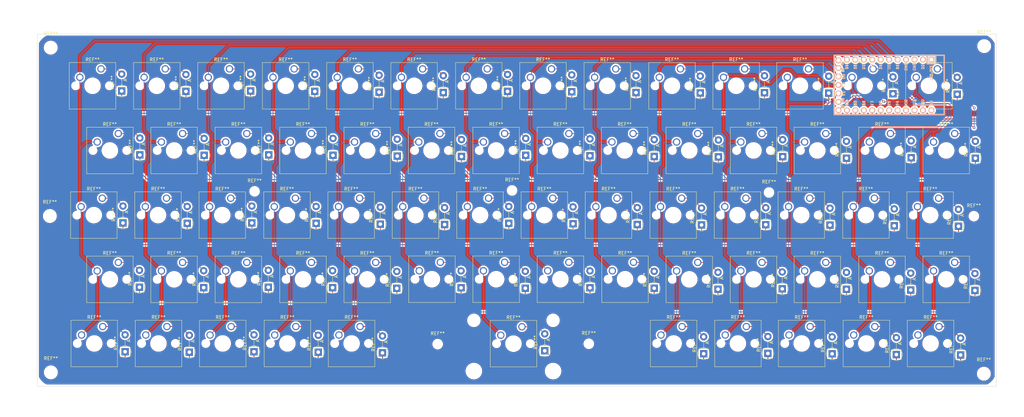
<source format=kicad_pcb>
(kicad_pcb (version 20211014) (generator pcbnew)
  (layers (0 "F.Cu" signal) (31 "B.Cu" signal) (34 "B.Paste" user) (35 "F.Paste" user) (36 "B.SilkS" user "B.Silkscreen") (37 "F.SilkS" user "F.Silkscreen") (38 "B.Mask" user) (39 "F.Mask" user) (44 "Edge.Cuts" user))
  (net 0 "")
  (footprint "MountingHole:MountingHole_2.2mm_M2" (layer "F.Cu") (at 202.8952 190.7032)
    (fp_text reference "REF**")
    (fp_text value "MountingHole_2.2mm_M2")
  )
  (footprint "Button_Switch_Keyboard:SW_Cherry_MX_1.00u_PCB" (layer "F.Cu") (at 300.350133 166.154285)
    (fp_text reference "REF**")
    (fp_text value "SW_Cherry_MX_1.00u_PCB")
  )
  (footprint "Diode_THT:D_DO-41_SOD81_P5.08mm_Vertical_AnodeUp" (layer "F.Cu") (at 320.416133 115.263468 90)
    (fp_text reference "REF**")
    (fp_text value "D_DO-41_SOD81_P5.08mm_Vertical_AnodeUp")
  )
  (footprint "Diode_THT:D_DO-41_SOD81_P5.08mm_Vertical_AnodeUp" (layer "F.Cu") (at 360.045 193.965183 90)
    (fp_text reference "REF**")
    (fp_text value "D_DO-41_SOD81_P5.08mm_Vertical_AnodeUp")
  )
  (footprint "Diode_THT:D_DO-41_SOD81_P5.08mm_Vertical_AnodeUp" (layer "F.Cu") (at 167.005 193.112366 90)
    (fp_text reference "REF**")
    (fp_text value "D_DO-41_SOD81_P5.08mm_Vertical_AnodeUp")
  )
  (footprint "Button_Switch_Keyboard:SW_Cherry_MX_1.00u_PCB" (layer "F.Cu") (at 140.711133 146.850285)
    (fp_text reference "REF**")
    (fp_text value "SW_Cherry_MX_1.00u_PCB")
  )
  (footprint "Diode_THT:D_DO-41_SOD81_P5.08mm_Vertical_AnodeUp" (layer "F.Cu") (at 301.493133 154.796651 90)
    (fp_text reference "REF**")
    (fp_text value "D_DO-41_SOD81_P5.08mm_Vertical_AnodeUp")
  )
  (footprint "Diode_THT:D_DO-41_SOD81_P5.08mm_Vertical_AnodeUp" (layer "F.Cu") (at 262.504133 115.100285 90)
    (fp_text reference "REF**")
    (fp_text value "D_DO-41_SOD81_P5.08mm_Vertical_AnodeUp")
  )
  (footprint "Button_Switch_Keyboard:SW_Cherry_MX_1.00u_PCB" (layer "F.Cu") (at 198.369133 107.988285)
    (fp_text reference "REF**")
    (fp_text value "SW_Cherry_MX_1.00u_PCB")
  )
  (footprint "Button_Switch_Keyboard:SW_Cherry_MX_1.00u_PCB" (layer "F.Cu") (at 126.233133 166.154285)
    (fp_text reference "REF**")
    (fp_text value "SW_Cherry_MX_1.00u_PCB")
  )
  (footprint "Diode_THT:D_DO-41_SOD81_P5.08mm_Vertical_AnodeUp" (layer "F.Cu") (at 359.405133 155.268468 90)
    (fp_text reference "REF**")
    (fp_text value "D_DO-41_SOD81_P5.08mm_Vertical_AnodeUp")
  )
  (footprint "Button_Switch_Keyboard:SW_Cherry_MX_1.00u_PCB" (layer "F.Cu") (at 314.701133 146.850285)
    (fp_text reference "REF**")
    (fp_text value "SW_Cherry_MX_1.00u_PCB")
  )
  (footprint "Button_Switch_Keyboard:SW_Cherry_MX_1.00u_PCB" (layer "F.Cu") (at 237.104133 107.988285)
    (fp_text reference "REF**")
    (fp_text value "SW_Cherry_MX_1.00u_PCB")
  )
  (footprint "Button_Switch_Keyboard:SW_Cherry_MX_1.00u_PCB" (layer "F.Cu") (at 140.843 185.42)
    (fp_text reference "REF**")
    (fp_text value "SW_Cherry_MX_1.00u_PCB")
  )
  (footprint "Diode_THT:D_DO-41_SOD81_P5.08mm_Vertical_AnodeUp" (layer "F.Cu") (at 152.014133 173.592651 90)
    (fp_text reference "REF**")
    (fp_text value "D_DO-41_SOD81_P5.08mm_Vertical_AnodeUp")
  )
  (footprint "Diode_THT:D_DO-41_SOD81_P5.08mm_Vertical_AnodeUp" (layer "F.Cu") (at 185.288133 114.973285 90)
    (fp_text reference "REF**")
    (fp_text value "D_DO-41_SOD81_P5.08mm_Vertical_AnodeUp")
  )
  (footprint "Diode_THT:D_DO-41_SOD81_P5.08mm_Vertical_AnodeUp" (layer "F.Cu") (at 229.235 173.899183 90)
    (fp_text reference "REF**")
    (fp_text value "D_DO-41_SOD81_P5.08mm_Vertical_AnodeUp")
  )
  (footprint "MountingHole:MountingHole_2.2mm_M2" (layer "F.Cu") (at 302.4632 145.1356)
    (fp_text reference "REF**")
    (fp_text value "MountingHole_2.2mm_M2")
  )
  (footprint "Button_Switch_Keyboard:SW_Cherry_MX_1.00u_PCB" (layer "F.Cu") (at 184.272133 166.154285)
    (fp_text reference "REF**")
    (fp_text value "SW_Cherry_MX_1.00u_PCB")
  )
  (footprint "Button_Switch_Keyboard:SW_Cherry_MX_1.00u_PCB" (layer "F.Cu") (at 358.262133 166.154285)
    (fp_text reference "REF**")
    (fp_text value "SW_Cherry_MX_1.00u_PCB")
  )
  (footprint "Button_Switch_Keyboard:SW_Cherry_MX_1.00u_PCB" (layer "F.Cu") (at 319.527133 166.154285)
    (fp_text reference "REF**")
    (fp_text value "SW_Cherry_MX_1.00u_PCB")
  )
  (footprint "Button_Switch_Keyboard:SW_Cherry_MX_1.00u_PCB" (layer "F.Cu") (at 203.708 166.116)
    (fp_text reference "REF**")
    (fp_text value "SW_Cherry_MX_1.00u_PCB")
  )
  (footprint "Button_Switch_Keyboard:SW_Cherry_MX_1.00u_PCB" (layer "F.Cu") (at 140.330133 107.988285)
    (fp_text reference "REF**")
    (fp_text value "SW_Cherry_MX_1.00u_PCB")
  )
  (footprint "Diode_THT:D_DO-41_SOD81_P5.08mm_Vertical_AnodeUp" (layer "F.Cu") (at 113.406133 133.841651 90)
    (fp_text reference "REF**")
    (fp_text value "D_DO-41_SOD81_P5.08mm_Vertical_AnodeUp")
  )
  (footprint "Diode_THT:D_DO-41_SOD81_P5.08mm_Vertical_AnodeUp" (layer "F.Cu") (at 306.573133 134.349651 90)
    (fp_text reference "REF**")
    (fp_text value "D_DO-41_SOD81_P5.08mm_Vertical_AnodeUp")
  )
  (footprint "Button_Switch_Keyboard:SW_Cherry_MX_1.00u_PCB" (layer "F.Cu") (at 319.527133 127.419285)
    (fp_text reference "REF**")
    (fp_text value "SW_Cherry_MX_1.00u_PCB")
  )
  (footprint "Button_Switch_Keyboard:SW_Cherry_MX_1.00u_PCB" (layer "F.Cu") (at 164.968133 166.154285)
    (fp_text reference "REF**")
    (fp_text value "SW_Cherry_MX_1.00u_PCB")
  )
  (footprint "Button_Switch_Keyboard:SW_Cherry_MX_1.00u_PCB" (layer "F.Cu") (at 353.055133 107.988285)
    (fp_text reference "REF**")
    (fp_text value "SW_Cherry_MX_1.00u_PCB")
  )
  (footprint "Button_Switch_Keyboard:SW_Cherry_MX_1.00u_PCB" (layer "F.Cu") (at 256.408133 107.988285)
    (fp_text reference "REF**")
    (fp_text value "SW_Cherry_MX_1.00u_PCB")
  )
  (footprint "Button_Switch_Keyboard:SW_Cherry_MX_1.00u_PCB" (layer "F.Cu") (at 101.722133 107.988285)
    (fp_text reference "REF**")
    (fp_text value "SW_Cherry_MX_1.00u_PCB")
  )
  (footprint "Button_Switch_Keyboard:SW_Cherry_MX_1.00u_PCB" (layer "F.Cu") (at 179.065133 107.988285)
    (fp_text reference "REF**")
    (fp_text value "SW_Cherry_MX_1.00u_PCB")
  )
  (footprint "Diode_THT:D_DO-41_SOD81_P5.08mm_Vertical_AnodeUp" (layer "F.Cu") (at 185.669133 154.633468 90)
    (fp_text reference "REF**")
    (fp_text value "D_DO-41_SOD81_P5.08mm_Vertical_AnodeUp")
  )
  (footprint "Button_Switch_Keyboard:SW_Cherry_MX_1.00u_PCB" (layer "F.Cu") (at 295.524133 146.850285)
    (fp_text reference "REF**")
    (fp_text value "SW_Cherry_MX_1.00u_PCB")
  )
  (footprint "Diode_THT:D_DO-41_SOD81_P5.08mm_Vertical_AnodeUp" (layer "F.Cu") (at 321.437 193.620366 90)
    (fp_text reference "REF**")
    (fp_text value "D_DO-41_SOD81_P5.08mm_Vertical_AnodeUp")
  )
  (footprint "Diode_THT:D_DO-41_SOD81_P5.08mm_Vertical_AnodeUp" (layer "F.Cu") (at 147.061133 154.288651 90)
    (fp_text reference "REF**")
    (fp_text value "D_DO-41_SOD81_P5.08mm_Vertical_AnodeUp")
  )
  (footprint "Button_Switch_Keyboard:SW_Cherry_MX_1.00u_PCB" (layer "F.Cu") (at 145.537133 166.154285)
    (fp_text reference "REF**")
    (fp_text value "SW_Cherry_MX_1.00u_PCB")
  )
  (footprint "Button_Switch_Keyboard:SW_Cherry_MX_1.00u_PCB" (layer "F.Cu") (at 160.274 185.42)
    (fp_text reference "REF**")
    (fp_text value "SW_Cherry_MX_1.00u_PCB")
  )
  (footprint "Diode_THT:D_DO-41_SOD81_P5.08mm_Vertical_AnodeUp" (layer "F.Cu") (at 204.592133 115.100285 90)
    (fp_text reference "REF**")
    (fp_text value "D_DO-41_SOD81_P5.08mm_Vertical_AnodeUp")
  )
  (footprint "Button_Switch_Keyboard:SW_Cherry_MX_1.00u_PCB" (layer "F.Cu") (at 276.220133 146.850285)
    (fp_text reference "REF**")
    (fp_text value "SW_Cherry_MX_1.00u_PCB")
  )
  (footprint "Diode_THT:D_DO-41_SOD81_P5.08mm_Vertical_AnodeUp" (layer "F.Cu") (at 128.27 193.112366 90)
    (fp_text reference "REF**")
    (fp_text value "D_DO-41_SOD81_P5.08mm_Vertical_AnodeUp")
  )
  (footprint "Button_Switch_Keyboard:SW_Cherry_MX_1.00u_PCB" (layer "F.Cu") (at 242.316 166.116)
    (fp_text reference "REF**")
    (fp_text value "SW_Cherry_MX_1.00u_PCB")
  )
  (footprint "Button_Switch_Keyboard:SW_Cherry_MX_1.00u_PCB" (layer "F.Cu") (at 106.929133 166.154285)
    (fp_text reference "REF**")
    (fp_text value "SW_Cherry_MX_1.00u_PCB")
  )
  (footprint "Diode_THT:D_DO-41_SOD81_P5.08mm_Vertical_AnodeUp" (layer "F.Cu") (at 325.750133 174.227651 90)
    (fp_text reference "REF**")
    (fp_text value "D_DO-41_SOD81_P5.08mm_Vertical_AnodeUp")
  )
  (footprint "Button_Switch_Keyboard:SW_Cherry_MX_1.00u_PCB" (layer "F.Cu") (at 358.262133 127.419285)
    (fp_text reference "REF**")
    (fp_text value "SW_Cherry_MX_1.00u_PCB")
  )
  (footprint "Button_Switch_Keyboard:SW_Cherry_MX_1.00u_PCB" (layer "F.Cu") (at 275.839133 107.988285)
    (fp_text reference "REF**")
    (fp_text value "SW_Cherry_MX_1.00u_PCB")
  )
  (footprint "Button_Switch_Keyboard:SW_Cherry_MX_1.00u_PCB" (layer "F.Cu") (at 184.272133 127.419285)
    (fp_text reference "REF**")
    (fp_text value "SW_Cherry_MX_1.00u_PCB")
  )
  (footprint "Diode_THT:D_DO-41_SOD81_P5.08mm_Vertical_AnodeUp" (layer "F.Cu") (at 147.701 192.985366 90)
    (fp_text reference "REF**")
    (fp_text value "D_DO-41_SOD81_P5.08mm_Vertical_AnodeUp")
  )
  (footprint "Diode_THT:D_DO-41_SOD81_P5.08mm_Vertical_AnodeUp" (layer "F.Cu") (at 267.97 173.899183 90)
    (fp_text reference "REF**")
    (fp_text value "D_DO-41_SOD81_P5.08mm_Vertical_AnodeUp")
  )
  (footprint "MountingHole:MountingHole_2.2mm_M2" (layer "F.Cu") (at 225.2472 144.526)
    (fp_text reference "REF**")
    (fp_text value "MountingHole_2.2mm_M2")
  )
  (footprint "Diode_THT:D_DO-41_SOD81_P5.08mm_Vertical_AnodeUp" (layer "F.Cu") (at 262.885133 154.760468 90)
    (fp_text reference "REF**")
    (fp_text value "D_DO-41_SOD81_P5.08mm_Vertical_AnodeUp")
  )
  (footprint "Diode_THT:D_DO-41_SOD81_P5.08mm_Vertical_AnodeUp" (layer "F.Cu") (at 113.279133 173.592651 90)
    (fp_text reference "REF**")
    (fp_text value "D_DO-41_SOD81_P5.08mm_Vertical_AnodeUp")
  )
  (footprint "Button_Switch_Keyboard:SW_Cherry_MX_1.00u_PCB" (layer "F.Cu") (at 314.320133 107.988285)
    (fp_text reference "REF**")
    (fp_text value "SW_Cherry_MX_1.00u_PCB")
  )
  (footprint "Diode_THT:D_DO-41_SOD81_P5.08mm_Vertical_AnodeUp" (layer "F.Cu") (at 248.661133 134.095651 90)
    (fp_text reference "REF**")
    (fp_text value "D_DO-41_SOD81_P5.08mm_Vertical_AnodeUp")
  )
  (footprint "MountingHole:MountingHole_3.2mm_M3" (layer "F.Cu") (at 86.6648 199.1868)
    (fp_text reference "REF**")
    (fp_text value "MountingHole_3.2mm_M3")
  )
  (footprint "Diode_THT:D_DO-41_SOD81_P5.08mm_Vertical_AnodeUp" (layer "F.Cu") (at 364.358133 174.572468 90)
    (fp_text reference "REF**")
    (fp_text value "D_DO-41_SOD81_P5.08mm_Vertical_AnodeUp")
  )
  (footprint "Button_Switch_Keyboard:SW_Cherry_MX_1.00u_PCB" (layer "F.Cu") (at 261.615133 127.419285)
    (fp_text reference "REF**")
    (fp_text value "SW_Cherry_MX_1.00u_PCB")
  )
  (footprint "Diode_THT:D_DO-41_SOD81_P5.08mm_Vertical_AnodeUp" (layer "F.Cu") (at 302.133 193.493366 90)
    (fp_text reference "REF**")
    (fp_text value "D_DO-41_SOD81_P5.08mm_Vertical_AnodeUp")
  )
  (footprint "Diode_THT:D_DO-41_SOD81_P5.08mm_Vertical_AnodeUp" (layer "F.Cu") (at 127.630133 154.415651 90)
    (fp_text reference "REF**")
    (fp_text value "D_DO-41_SOD81_P5.08mm_Vertical_AnodeUp")
  )
  (footprint "Button_Switch_Keyboard:SW_Cherry_MX_1.00u_PCB" (layer "F.Cu") (at 160.142133 146.850285)
    (fp_text reference "REF**")
    (fp_text value "SW_Cherry_MX_1.00u_PCB")
  )
  (footprint "Button_Switch_Keyboard:SW_Cherry_MX_1.00u_PCB" (layer "F.Cu") (at 106.929133 127.419285)
    (fp_text reference "REF**")
    (fp_text value "SW_Cherry_MX_1.00u_PCB")
  )
  (footprint "Diode_THT:D_DO-41_SOD81_P5.08mm_Vertical_AnodeUp" (layer "F.Cu") (at 108.966 192.985366 90)
    (fp_text reference "REF**")
    (fp_text value "D_DO-41_SOD81_P5.08mm_Vertical_AnodeUp")
  )
  (footprint "MountingHole:MountingHole_3.2mm_M3" (layer "F.Cu") (at 367.03 199.5932)
    (fp_text reference "REF**")
    (fp_text value "MountingHole_3.2mm_M3")
  )
  (footprint "Button_Switch_Keyboard:SW_Cherry_MX_1.00u_PCB" (layer "F.Cu") (at 102.235 185.42)
    (fp_text reference "REF**")
    (fp_text value "SW_Cherry_MX_1.00u_PCB")
  )
  (footprint "Diode_THT:D_DO-41_SOD81_P5.08mm_Vertical_AnodeUp" (layer "F.Cu") (at 146.680133 114.628468 90)
    (fp_text reference "REF**")
    (fp_text value "D_DO-41_SOD81_P5.08mm_Vertical_AnodeUp")
  )
  (footprint "Diode_THT:D_DO-41_SOD81_P5.08mm_Vertical_AnodeUp" (layer "F.Cu") (at 243.581133 154.542651 90)
    (fp_text reference "REF**")
    (fp_text value "D_DO-41_SOD81_P5.08mm_Vertical_AnodeUp")
  )
  (footprint "Button_Switch_Keyboard:SW_Cherry_MX_1.00u_PCB" (layer "F.Cu") (at 223.007133 127.419285)
    (fp_text reference "REF**")
    (fp_text value "SW_Cherry_MX_1.00u_PCB")
  )
  (footprint "Diode_THT:D_DO-41_SOD81_P5.08mm_Vertical_AnodeUp" (layer "F.Cu") (at 267.965133 134.313468 90)
    (fp_text reference "REF**")
    (fp_text value "D_DO-41_SOD81_P5.08mm_Vertical_AnodeUp")
  )
  (footprint "Diode_THT:D_DO-41_SOD81_P5.08mm_Vertical_AnodeUp" (layer "F.Cu") (at 108.326133 154.288651 90)
    (fp_text reference "REF**")
    (fp_text value "D_DO-41_SOD81_P5.08mm_Vertical_AnodeUp")
  )
  (footprint "Diode_THT:D_DO-41_SOD81_P5.08mm_Vertical_AnodeUp" (layer "F.Cu") (at 127.249133 114.755468 90)
    (fp_text reference "REF**")
    (fp_text value "D_DO-41_SOD81_P5.08mm_Vertical_AnodeUp")
  )
  (footprint "MountingHole:MountingHole_2.2mm_M2" (layer "F.Cu") (at 248.3104 190.6016)
    (fp_text reference "REF**")
    (fp_text value "MountingHole_2.2mm_M2")
  )
  (footprint "Button_Switch_Keyboard:SW_Cherry_MX_1.00u_PCB" (layer "F.Cu") (at 353.568 185.42)
    (fp_text reference "REF**")
    (fp_text value "SW_Cherry_MX_1.00u_PCB")
  )
  (footprint "Diode_THT:D_DO-41_SOD81_P5.08mm_Vertical_AnodeUp" (layer "F.Cu") (at 235.077 192.695183 90)
    (fp_text reference "REF**")
    (fp_text value "D_DO-41_SOD81_P5.08mm_Vertical_AnodeUp")
  )
  (footprint "Button_Switch_Keyboard:SW_Cherry_MX_1.00u_PCB" (layer "F.Cu") (at 164.968133 127.419285)
    (fp_text reference "REF**")
    (fp_text value "SW_Cherry_MX_1.00u_PCB")
  )
  (footprint "Diode_THT:D_DO-41_SOD81_P5.08mm_Vertical_AnodeUp" (layer "F.Cu") (at 152.141133 133.841651 90)
    (fp_text reference "REF**")
    (fp_text value "D_DO-41_SOD81_P5.08mm_Vertical_AnodeUp")
  )
  (footprint "Button_Switch_Keyboard:SW_Cherry_MX_1.00u_PCB" (layer "F.Cu") (at 102.103133 146.850285)
    (fp_text reference "REF**")
    (fp_text value "SW_Cherry_MX_1.00u_PCB")
  )
  (footprint "Button_Switch_Keyboard:SW_Cherry_MX_1.00u_PCB" (layer "F.Cu") (at 276.352 185.42)
    (fp_text reference "REF**")
    (fp_text value "SW_Cherry_MX_1.00u_PCB")
  )
  (footprint "Button_Switch_Keyboard:SW_Cherry_MX_1.00u_PCB" (layer "F.Cu") (at 126.233133 127.419285)
    (fp_text reference "REF**")
    (fp_text value "SW_Cherry_MX_1.00u_PCB")
  )
  (footprint "Diode_THT:D_DO-41_SOD81_P5.08mm_Vertical_AnodeUp" (layer "F.Cu") (at 223.896133 114.755468 90)
    (fp_text reference "REF**")
    (fp_text value "D_DO-41_SOD81_P5.08mm_Vertical_AnodeUp")
  )
  (footprint "Button_Switch_Keyboard:SW_Cherry_MX_1.00u_PCB" (layer "F.Cu") (at 203.576133 127.419285)
    (fp_text reference "REF**")
    (fp_text value "SW_Cherry_MX_1.00u_PCB")
  )
  (footprint "MountingHole:MountingHole_3.2mm_M3" (layer "F.Cu") (at 86.36 152.1968)
    (fp_text reference "REF**")
    (fp_text value "MountingHole_3.2mm_M3")
  )
  (footprint "Button_Switch_Keyboard:SW_Cherry_MX_1.00u_PCB" (layer "F.Cu") (at 217.800133 107.988285)
    (fp_text reference "REF**")
    (fp_text value "SW_Cherry_MX_1.00u_PCB")
  )
  (footprint "Diode_THT:D_DO-41_SOD81_P5.08mm_Vertical_AnodeUp" (layer "F.Cu") (at 364.485133 134.821468 90)
    (fp_text reference "REF**")
    (fp_text value "D_DO-41_SOD81_P5.08mm_Vertical_AnodeUp")
  )
  (footprint "Button_Switch_Keyboard:SW_Cherry_MX_2.75u_PCB" (layer "F.Cu") (at 228.219 185.481)
    (fp_text reference "REF**")
    (fp_text value "SW_Cherry_MX_2.75u_PCB")
  )
  (footprint "Diode_THT:D_DO-41_SOD81_P5.08mm_Vertical_AnodeUp" (layer "F.Cu") (at 340.741 193.838183 90)
    (fp_text reference "REF**")
    (fp_text value "D_DO-41_SOD81_P5.08mm_Vertical_AnodeUp")
  )
  (footprint "Button_Switch_Keyboard:SW_Cherry_MX_1.00u_PCB" (layer "F.Cu") (at 281.046133 166.154285)
    (fp_text reference "REF**")
    (fp_text value "SW_Cherry_MX_1.00u_PCB")
  )
  (footprint "Diode_THT:D_DO-41_SOD81_P5.08mm_Vertical_AnodeUp" (layer "F.Cu") (at 248.666 173.772183 90)
    (fp_text reference "REF**")
    (fp_text value "D_DO-41_SOD81_P5.08mm_Vertical_AnodeUp")
  )
  (footprint "MountingHole:MountingHole_2.2mm_M2" (layer "F.Cu") (at 147.8788 144.78)
    (fp_text reference "REF**")
    (fp_text value "MountingHole_2.2mm_M2")
  )
  (footprint "Button_Switch_Keyboard:SW_Cherry_MX_1.00u_PCB" (layer "F.Cu") (at 256.789133 146.850285)
    (fp_text reference "REF**")
    (fp_text value "SW_Cherry_MX_1.00u_PCB")
  )
  (footprint "MountingHole:MountingHole_2.2mm_M2" (layer "F.Cu") (at 364.0328 152.2476)
    (fp_text reference "REF**")
    (fp_text value "MountingHole_2.2mm_M2")
  )
  (footprint "Button_Switch_Keyboard:SW_Cherry_MX_1.00u_PCB" (layer "F.Cu") (at 121.539 185.42)
    (fp_text reference "REF**")
    (fp_text value "SW_Cherry_MX_1.00u_PCB")
  )
  (footprint "Button_Switch_Keyboard:SW_Cherry_MX_1.00u_PCB" (layer "F.Cu") (at 281.046133 127.419285)
    (fp_text reference "REF**")
    (fp_text value "SW_Cherry_MX_1.00u_PCB")
  )
  (footprint "Button_Switch_Keyboard:SW_Cherry_MX_1.00u_PCB" (layer "F.Cu") (at 338.958133 127.419285)
    (fp_text reference "REF**")
    (fp_text value "SW_Cherry_MX_1.00u_PCB")
  )
  (footprint "Button_Switch_Keyboard:SW_Cherry_MX_1.00u_PCB" (layer "F.Cu") (at 198.750133 146.850285)
    (fp_text reference "REF**")
    (fp_text value "SW_Cherry_MX_1.00u_PCB")
  )
  (footprint "Button_Switch_Keyboard:SW_Cherry_MX_1.00u_PCB" (layer "F.Cu") (at 179.446133 146.850285)
    (fp_text reference "REF**")
    (fp_text value "SW_Cherry_MX_1.00u_PCB")
  )
  (footprint "Button_Switch_Keyboard:SW_Cherry_MX_1.00u_PCB" (layer "F.Cu") (at 338.958133 166.154285)
    (fp_text reference "REF**")
    (fp_text value "SW_Cherry_MX_1.00u_PCB")
  )
  (footprint "MountingHole:MountingHole_3.2mm_M3" (layer "F.Cu") (at 86.614 101.6)
    (fp_text reference "REF**")
    (fp_text value "MountingHole_3.2mm_M3")
  )
  (footprint "modules:Elite-C" (layer "F.Cu") (at 337.307133 112.814285 180)
    (fp_text reference "U1" hide)
    (fp_text value "Elite-C" hide)
  )
  (footprint "Diode_THT:D_DO-41_SOD81_P5.08mm_Vertical_AnodeUp" (layer "F.Cu") (at 107.945133 114.628468 90)
    (fp_text reference "REF**")
    (fp_text value "D_DO-41_SOD81_P5.08mm_Vertical_AnodeUp")
  )
  (footprint "Button_Switch_Keyboard:SW_Cherry_MX_1.00u_PCB" (layer "F.Cu") (at 334.132133 146.850285)
    (fp_text reference "REF**")
    (fp_text value "SW_Cherry_MX_1.00u_PCB")
  )
  (footprint "Button_Switch_Keyboard:SW_Cherry_MX_1.00u_PCB" (layer "F.Cu") (at 333.751133 107.988285)
    (fp_text reference "REF**")
    (fp_text value "SW_Cherry_MX_1.00u_PCB")
  )
  (footprint "Diode_THT:D_DO-41_SOD81_P5.08mm_Vertical_AnodeUp" (layer "F.Cu") (at 345.181133 134.694468 90)
    (fp_text reference "REF**")
    (fp_text value "D_DO-41_SOD81_P5.08mm_Vertical_AnodeUp")
  )
  (footprint "Diode_THT:D_DO-41_SOD81_P5.08mm_Vertical_AnodeUp" (layer "F.Cu") (at 166.365133 154.415651 90)
    (fp_text reference "REF**")
    (fp_text value "D_DO-41_SOD81_P5.08mm_Vertical_AnodeUp")
  )
  (footprint "Diode_THT:D_DO-41_SOD81_P5.08mm_Vertical_AnodeUp" (layer "F.Cu") (at 306.446133 174.100651 90)
    (fp_text reference "REF**")
    (fp_text value "D_DO-41_SOD81_P5.08mm_Vertical_AnodeUp")
  )
  (footprint "Diode_THT:D_DO-41_SOD81_P5.08mm_Vertical_AnodeUp" (layer "F.Cu") (at 132.583133 173.719651 90)
    (fp_text reference "REF**")
    (fp_text value "D_DO-41_SOD81_P5.08mm_Vertical_AnodeUp")
  )
  (footprint "Diode_THT:D_DO-41_SOD81_P5.08mm_Vertical_AnodeUp" (layer "F.Cu") (at 243.200133 114.882468 90)
    (fp_text reference "REF**")
    (fp_text value "D_DO-41_SOD81_P5.08mm_Vertical_AnodeUp")
  )
  (footprint "Button_Switch_Keyboard:SW_Cherry_MX_1.00u_PCB" (layer "F.Cu") (at 179.578 185.42)
    (fp_text reference "REF**")
    (fp_text value "SW_Cherry_MX_1.00u_PCB")
  )
  (footprint "Diode_THT:D_DO-41_SOD81_P5.08mm_Vertical_AnodeUp" (layer "F.Cu") (at 281.808133 115.227285 90)
    (fp_text reference "REF**")
    (fp_text value "D_DO-41_SOD81_P5.08mm_Vertical_AnodeUp")
  )
  (footprint "Diode_THT:D_DO-41_SOD81_P5.08mm_Vertical_AnodeUp" (layer "F.Cu") (at 224.277133 154.415651 90)
    (fp_text reference "REF**")
    (fp_text value "D_DO-41_SOD81_P5.08mm_Vertical_AnodeUp")
  )
  (footprint "Diode_THT:D_DO-41_SOD81_P5.08mm_Vertical_AnodeUp" (layer "F.Cu") (at 345.054133 174.445468 90)
    (fp_text reference "REF**")
    (fp_text value "D_DO-41_SOD81_P5.08mm_Vertical_AnodeUp")
  )
  (footprint "Diode_THT:D_DO-41_SOD81_P5.08mm_Vertical_AnodeUp" (layer "F.Cu") (at 165.984133 114.755468 90)
    (fp_text reference "REF**")
    (fp_text value "D_DO-41_SOD81_P5.08mm_Vertical_AnodeUp")
  )
  (footprint "Button_Switch_Keyboard:SW_Cherry_MX_1.00u_PCB" (layer "F.Cu") (at 218.181133 146.850285)
    (fp_text reference "REF**")
    (fp_text value "SW_Cherry_MX_1.00u_PCB")
  )
  (footprint "Button_Switch_Keyboard:SW_Cherry_MX_1.00u_PCB" (layer "F.Cu") (at 242.311133 127.419285)
    (fp_text reference "REF**")
    (fp_text value "SW_Cherry_MX_1.00u_PCB")
  )
  (footprint "Diode_THT:D_DO-41_SOD81_P5.08mm_Vertical_AnodeUp" (layer "F.Cu") (at 209.931 173.772183 90)
    (fp_text reference "REF**")
    (fp_text value "D_DO-41_SOD81_P5.08mm_Vertical_AnodeUp")
  )
  (footprint "Button_Switch_Keyboard:SW_Cherry_MX_1.00u_PCB" (layer "F.Cu") (at 237.485133 146.850285)
    (fp_text reference "REF**")
    (fp_text value "SW_Cherry_MX_1.00u_PCB")
  )
  (footprint "Diode_THT:D_DO-41_SOD81_P5.08mm_Vertical_AnodeUp" (layer "F.Cu") (at 320.797133 154.923651 90)
    (fp_text reference "REF**")
    (fp_text value "D_DO-41_SOD81_P5.08mm_Vertical_AnodeUp")
  )
  (footprint "Button_Switch_Keyboard:SW_Cherry_MX_1.00u_PCB" (layer "F.Cu") (at 314.833 185.42)
    (fp_text reference "REF**")
    (fp_text value "SW_Cherry_MX_1.00u_PCB")
  )
  (footprint "Button_Switch_Keyboard:SW_Cherry_MX_1.00u_PCB" (layer "F.Cu") (at 300.350133 127.419285)
    (fp_text reference "REF**")
    (fp_text value "SW_Cherry_MX_1.00u_PCB")
  )
  (footprint "Button_Switch_Keyboard:SW_Cherry_MX_1.00u_PCB" (layer "F.Cu") (at 295.143133 107.988285)
    (fp_text reference "REF**")
    (fp_text value "SW_Cherry_MX_1.00u_PCB")
  )
  (footprint "MountingHole:MountingHole_3.2mm_M3" (layer "F.Cu") (at 367.1316 101.1428)
    (fp_text reference "REF**")
    (fp_text value "MountingHole_3.2mm_M3")
  )
  (footprint "Diode_THT:D_DO-41_SOD81_P5.08mm_Vertical_AnodeUp" (layer "F.Cu") (at 287.269133 134.440468 90)
    (fp_text reference "REF**")
    (fp_text value "D_DO-41_SOD81_P5.08mm_Vertical_AnodeUp")
  )
  (footprint "Diode_THT:D_DO-41_SOD81_P5.08mm_Vertical_AnodeUp" (layer "F.Cu") (at 282.189133 154.887468 90)
    (fp_text reference "REF**")
    (fp_text value "D_DO-41_SOD81_P5.08mm_Vertical_AnodeUp")
  )
  (footprint "Diode_THT:D_DO-41_SOD81_P5.08mm_Vertical_AnodeUp" (layer "F.Cu") (at 229.357133 133.968651 90)
    (fp_text reference "REF**")
    (fp_text value "D_DO-41_SOD81_P5.08mm_Vertical_AnodeUp")
  )
  (footprint "Button_Switch_Keyboard:SW_Cherry_MX_1.00u_PCB" (layer "F.Cu") (at 334.264 185.42)
    (fp_text reference "REF**")
    (fp_text value "SW_Cherry_MX_1.00u_PCB")
  )
  (footprint "Diode_THT:D_DO-41_SOD81_P5.08mm_Vertical_AnodeUp" (layer "F.Cu") (at 190.622133 173.937468 90)
    (fp_text reference "REF**")
    (fp_text value "D_DO-41_SOD81_P5.08mm_Vertical_AnodeUp")
  )
  (footprint "Button_Switch_Keyboard:SW_Cherry_MX_1.00u_PCB" (layer "F.Cu") (at 223.012 166.116)
    (fp_text reference "REF**")
    (fp_text value "SW_Cherry_MX_1.00u_PCB")
  )
  (footprint "Button_Switch_Keyboard:SW_Cherry_MX_1.00u_PCB" (layer "F.Cu") (at 261.747 166.116)
    (fp_text reference "REF**")
    (fp_text value "SW_Cherry_MX_1.00u_PCB")
  )
  (footprint "Diode_THT:D_DO-41_SOD81_P5.08mm_Vertical_AnodeUp" (layer "F.Cu") (at 282.829 193.584183 90)
    (fp_text reference "REF**")
    (fp_text value "D_DO-41_SOD81_P5.08mm_Vertical_AnodeUp")
  )
  (footprint "Diode_THT:D_DO-41_SOD81_P5.08mm_Vertical_AnodeUp" (layer "F.Cu") (at 325.750133 134.821468 90)
    (fp_text reference "REF**")
    (fp_text value "D_DO-41_SOD81_P5.08mm_Vertical_AnodeUp")
  )
  (footprint "Diode_THT:D_DO-41_SOD81_P5.08mm_Vertical_AnodeUp" (layer "F.Cu") (at 204.973133 154.760468 90)
    (fp_text reference "REF**")
    (fp_text value "D_DO-41_SOD81_P5.08mm_Vertical_AnodeUp")
  )
  (footprint "Diode_THT:D_DO-41_SOD81_P5.08mm_Vertical_AnodeUp" (layer "F.Cu") (at 210.053133 134.313468 90)
    (fp_text reference "REF**")
    (fp_text value "D_DO-41_SOD81_P5.08mm_Vertical_AnodeUp")
  )
  (footprint "Diode_THT:D_DO-41_SOD81_P5.08mm_Vertical_AnodeUp" (layer "F.Cu") (at 132.710133 133.968651 90)
    (fp_text reference "REF**")
    (fp_text value "D_DO-41_SOD81_P5.08mm_Vertical_AnodeUp")
  )
  (footprint "Diode_THT:D_DO-41_SOD81_P5.08mm_Vertical_AnodeUp" (layer "F.Cu") (at 186.309 193.330183 90)
    (fp_text reference "REF**")
    (fp_text value "D_DO-41_SOD81_P5.08mm_Vertical_AnodeUp")
  )
  (footprint "Diode_THT:D_DO-41_SOD81_P5.08mm_Vertical_AnodeUp" (layer "F.Cu") (at 301.112133 115.136468 90)
    (fp_text reference "REF**")
    (fp_text value "D_DO-41_SOD81_P5.08mm_Vertical_AnodeUp")
  )
  (footprint "Button_Switch_Keyboard:SW_Cherry_MX_1.00u_PCB" (layer "F.Cu") (at 295.656 185.42)
    (fp_text reference "REF**")
    (fp_text value "SW_Cherry_MX_1.00u_PCB")
  )
  (footprint "Diode_THT:D_DO-41_SOD81_P5.08mm_Vertical_AnodeUp" (layer "F.Cu") (at 171.445133 133.968651 90)
    (fp_text reference "REF**")
    (fp_text value "D_DO-41_SOD81_P5.08mm_Vertical_AnodeUp")
  )
  (footprint "Button_Switch_Keyboard:SW_Cherry_MX_1.00u_PCB" (layer "F.Cu") (at 353.436133 146.850285)
    (fp_text reference "REF**")
    (fp_text value "SW_Cherry_MX_1.00u_PCB")
  )
  (footprint "Diode_THT:D_DO-41_SOD81_P5.08mm_Vertical_AnodeUp" (layer "F.Cu") (at 171.318133 173.719651 90)
    (fp_text reference "REF**")
    (fp_text value "D_DO-41_SOD81_P5.08mm_Vertical_AnodeUp")
  )
  (footprint "Diode_THT:D_DO-41_SOD81_P5.08mm_Vertical_AnodeUp" (layer "F.Cu") (at 190.749133 134.186468 90)
    (fp_text reference "REF**")
    (fp_text value "D_DO-41_SOD81_P5.08mm_Vertical_AnodeUp")
  )
  (footprint "Button_Switch_Keyboard:SW_Cherry_MX_1.00u_PCB" (layer "F.Cu") (at 159.761133 107.988285)
    (fp_text reference "REF**")
    (fp_text value "SW_Cherry_MX_1.00u_PCB")
  )
  (footprint "Diode_THT:D_DO-41_SOD81_P5.08mm_Vertical_AnodeUp" (layer "F.Cu") (at 287.142133 174.191468 90)
    (fp_text reference "REF**")
    (fp_text value "D_DO-41_SOD81_P5.08mm_Vertical_AnodeUp")
  )
  (footprint "Diode_THT:D_DO-41_SOD81_P5.08mm_Vertical_AnodeUp" (layer "F.Cu") (at 339.720133 115.481285 90)
    (fp_text reference "REF**")
    (fp_text value "D_DO-41_SOD81_P5.08mm_Vertical_AnodeUp")
  )
  (footprint "Button_Switch_Keyboard:SW_Cherry_MX_1.00u_PCB" (layer "F.Cu") (at 145.537133 127.419285)
    (fp_text reference "REF**")
    (fp_text value "SW_Cherry_MX_1.00u_PCB")
  )
  (footprint "Button_Switch_Keyboard:SW_Cherry_MX_1.00u_PCB" (layer "F.Cu") (at 121.407133 146.850285)
    (fp_text reference "REF**")
    (fp_text value "SW_Cherry_MX_1.00u_PCB")
  )
  (footprint "Diode_THT:D_DO-41_SOD81_P5.08mm_Vertical_AnodeUp" (layer "F.Cu") (at 359.024133 115.608285 90)
    (fp_text reference "REF**")
    (fp_text value "D_DO-41_SOD81_P5.08mm_Vertical_AnodeUp")
  )
  (footprint "Button_Switch_Keyboard:SW_Cherry_MX_1.00u_PCB" (layer "F.Cu") (at 121.026133 107.988285)
    (fp_text reference "REF**")
    (fp_text value "SW_Cherry_MX_1.00u_PCB")
  )
  (footprint "Diode_THT:D_DO-41_SOD81_P5.08mm_Vertical_AnodeUp" (layer "F.Cu") (at 340.101133 155.141468 90)
    (fp_text reference "REF**")
    (fp_text value "D_DO-41_SOD81_P5.08mm_Vertical_AnodeUp")
  )
  (gr_rect (start 82.5754 97.5106) (end 370.7638 203.327) (layer "Edge.Cuts") (width 0.1) (fill none))
  (segment (start 112.063767 127.419285) (end 113.406133 128.761651) (width 0.2) (layer "F.Cu") (net 0))
  (segment (start 108.966 192.985366) (end 108.966 198.12) (width 0.25) (layer "F.Cu") (net 0))
  (segment (start 160.274 185.42) (end 164.392634 185.42) (width 0.25) (layer "F.Cu") (net 0))
  (segment (start 262.504133 118.562703) (end 265.264715 121.323285) (width 0.2) (layer "F.Cu") (net 0))
  (segment (start 185.669133 154.633468) (end 185.669133 157.678703) (width 0.2) (layer "F.Cu") (net 0))
  (segment (start 204.973133 158.364133) (end 207.429285 160.820285) (width 0.2) (layer "F.Cu") (net 0))
  (segment (start 304.722767 127.419285) (end 306.573133 129.269651) (width 0.2) (layer "F.Cu") (net 0))
  (segment (start 308.732133 181.013285) (end 326.258133 181.013285) (width 0.2) (layer "F.Cu") (net 0))
  (segment (start 340.101133 155.141468) (end 340.101133 156.967133) (width 0.2) (layer "F.Cu") (net 0))
  (segment (start 190.622133 173.937468) (end 190.622133 177.160133) (width 0.2) (layer "F.Cu") (net 0))
  (segment (start 339.720133 115.481285) (end 344.208285 115.481285) (width 0.2) (layer "F.Cu") (net 0))
  (segment (start 265.266817 166.116) (end 267.97 168.819183) (width 0.2) (layer "F.Cu") (net 0))
  (segment (start 154.978285 141.262285) (end 173.774285 141.262285) (width 0.25) (layer "F.Cu") (net 0))
  (segment (start 167.894 201.041) (end 187.833 201.041) (width 0.25) (layer "F.Cu") (net 0))
  (segment (start 230.847715 141.262285) (end 250.482285 141.262285) (width 0.25) (layer "F.Cu") (net 0))
  (segment (start 325.750133 139.390703) (end 327.621715 141.262285) (width 0.2) (layer "F.Cu") (net 0))
  (segment (start 333.497133 122.575533) (end 334.2132 123.2916) (width 0.2) (layer "F.Cu") (net 0))
  (segment (start 168.059285 121.323285) (end 188.175715 121.323285) (width 0.25) (layer "F.Cu") (net 0))
  (segment (start 218.181133 146.850285) (end 221.791767 146.850285) (width 0.2) (layer "F.Cu") (net 0))
  (segment (start 111.467715 160.820285) (end 130.467285 160.820285) (width 0.25) (layer "F.Cu") (net 0))
  (segment (start 189.06195 127.419285) (end 190.749133 129.106468) (width 0.2) (layer "F.Cu") (net 0))
  (segment (start 321.437 193.620366) (end 321.437 197.358) (width 0.25) (layer "F.Cu") (net 0))
  (segment (start 105.967767 146.850285) (end 108.326133 149.208651) (width 0.2) (layer "F.Cu") (net 0))
  (segment (start 163.879767 146.850285) (end 166.365133 149.335651) (width 0.2) (layer "F.Cu") (net 0))
  (segment (start 340.741 193.838183) (end 340.741 197.104) (width 0.25) (layer "F.Cu") (net 0))
  (segment (start 171.445133 133.968651) (end 171.445133 138.933133) (width 0.2) (layer "F.Cu") (net 0))
  (segment (start 341.84295 166.154285) (end 345.054133 169.365468) (width 0.2) (layer "F.Cu") (net 0))
  (segment (start 147.701 199.898) (end 148.844 201.041) (width 0.25) (layer "F.Cu") (net 0))
  (segment (start 342.98595 127.419285) (end 345.181133 129.614468) (width 0.2) (layer "F.Cu") (net 0))
  (segment (start 331.6732 123.7488) (end 366.3696 123.7488) (width 0.2) (layer "F.Cu") (net 0))
  (segment (start 364.485133 138.595285) (end 364.485133 134.821468) (width 0.25) (layer "F.Cu") (net 0))
  (segment (start 330.957133 120.434285) (end 330.957133 123.032733) (width 0.2) (layer "F.Cu") (net 0))
  (segment (start 262.885133 157.805703) (end 265.899715 160.820285) (width 0.2) (layer "F.Cu") (net 0))
  (segment (start 121.407133 146.850285) (end 125.144767 146.850285) (width 0.2) (layer "F.Cu") (net 0))
  (segment (start 256.789133 146.850285) (end 260.05495 146.850285) (width 0.2) (layer "F.Cu") (net 0))
  (segment (start 260.05495 146.850285) (end 262.885133 149.680468) (width 0.2) (layer "F.Cu") (net 0))
  (segment (start 320.97943 125.222) (end 317.080715 121.323285) (width 0.2) (layer "F.Cu") (net 0))
  (segment (start 209.931 177.49557) (end 213.448715 181.013285) (width 0.25) (layer "F.Cu") (net 0))
  (segment (start 237.485133 146.850285) (end 240.968767 146.850285) (width 0.2) (layer "F.Cu") (net 0))
  (segment (start 185.669133 157.678703) (end 188.810715 160.820285) (width 0.2) (layer "F.Cu") (net 0))
  (segment (start 340.741 197.104) (end 343.535 199.898) (width 0.25) (layer "F.Cu") (net 0))
  (segment (start 165.984133 119.248133) (end 168.059285 121.323285) (width 0.2) (layer "F.Cu") (net 0))
  (segment (start 108.966 198.12) (end 111.887 201.041) (width 0.25) (layer "F.Cu") (net 0))
  (segment (start 318.316634 185.42) (end 321.437 188.540366) (width 0.25) (layer "F.Cu") (net 0))
  (segment (start 173.774285 141.262285) (end 193.636715 141.262285) (width 0.25) (layer "F.Cu") (net 0))
  (segment (start 127.249133 118.816703) (end 129.755715 121.323285) (width 0.2) (layer "F.Cu") (net 0))
  (segment (start 187.91895 166.154285) (end 190.622133 168.857468) (width 0.2) (layer "F.Cu") (net 0))
  (segment (start 209.931 173.772183) (end 209.931 177.49557) (width 0.25) (layer "F.Cu") (net 0))
  (segment (start 325.750133 134.821468) (end 325.750133 139.390703) (width 0.2) (layer "F.Cu") (net 0))
  (segment (start 323.811715 160.820285) (end 343.954285 160.820285) (width 0.25) (layer "F.Cu") (net 0))
  (segment (start 127.249133 114.755468) (end 127.249133 118.816703) (width 0.2) (layer "F.Cu") (net 0))
  (segment (start 338.958133 127.419285) (end 342.98595 127.419285) (width 0.2) (layer "F.Cu") (net 0))
  (segment (start 229.235 173.899183) (end 229.235 178.89257) (width 0.25) (layer "F.Cu") (net 0))
  (segment (start 164.968133 127.419285) (end 169.975767 127.419285) (width 0.2) (layer "F.Cu") (net 0))
  (segment (start 308.267285 141.262285) (end 327.621715 141.262285) (width 0.25) (layer "F.Cu") (net 0))
  (segment (start 368.5032 191.7192) (end 362.585 197.6374) (width 0.2) (layer "F.Cu") (net 0))
  (segment (start 325.750133 180.505285) (end 326.258133 181.013285) (width 0.2) (layer "F.Cu") (net 0))
  (segment (start 164.392634 185.42) (end 167.005 188.032366) (width 0.25) (layer "F.Cu") (net 0))
  (segment (start 357.622266 118.491) (end 359.5878 118.491) (width 0.2) (layer "F.Cu") (net 0))
  (segment (start 106.38495 107.988285) (end 107.945133 109.548468) (width 0.2) (layer "F.Cu") (net 0))
  (segment (start 204.592133 118.867133) (end 207.048285 121.323285) (width 0.2) (layer "F.Cu") (net 0))
  (segment (start 191.808285 178.346285) (end 194.475285 181.013285) (width 0.2) (layer "F.Cu") (net 0))
  (segment (start 317.080715 121.323285) (end 317.368133 121.323285) (width 0.25) (layer "F.Cu") (net 0))
  (segment (start 229.235 178.89257) (end 231.355715 181.013285) (width 0.25) (layer "F.Cu") (net 0))
  (segment (start 287.142133 174.191468) (end 287.142133 178.473285) (width 0.2) (layer "F.Cu") (net 0))
  (segment (start 362.8136 181.0512) (end 359.4608 181.0512) (width 0.2) (layer "F.Cu") (net 0))
  (segment (start 228.219 185.481) (end 232.942817 185.481) (width 0.2) (layer "F.Cu") (net 0))
  (segment (start 347.218 118.491) (end 357.622266 118.491) (width 0.2) (layer "F.Cu") (net 0))
  (segment (start 328.417133 123.947133) (end 328.417133 120.434285) (width 0.2) (layer "F.Cu") (net 0))
  (segment (start 345.054133 174.445468) (end 345.054133 179.362285) (width 0.2) (layer "F.Cu") (net 0))
  (segment (start 295.524133 146.850285) (end 298.626767 146.850285) (width 0.2) (layer "F.Cu") (net 0))
  (segment (start 248.661133 134.095651) (end 248.661133 139.441133) (width 0.2) (layer "F.Cu") (net 0))
  (segment (start 338.958133 166.154285) (end 341.84295 166.154285) (width 0.2) (layer "F.Cu") (net 0))
  (segment (start 113.406133 133.841651) (end 113.406133 138.958533) (width 0.2) (layer "F.Cu") (net 0))
  (segment (start 325.877133 120.434285) (end 325.877133 122.931133) (width 0.2) (layer "F.Cu") (net 0))
  (segment (start 107.945133 114.628468) (end 107.945133 119.248133) (width 0.2) (layer "F.Cu") (net 0))
  (segment (start 131.240767 127.419285) (end 132.710133 128.888651) (width 0.2) (layer "F.Cu") (net 0))
  (segment (start 171.318133 173.719651) (end 171.318133 176.855703) (width 0.2) (layer "F.Cu") (net 0))
  (segment (start 235.077 192.695183) (end 235.113183 192.695183) (width 0.2) (layer "F.Cu") (net 0))
  (segment (start 353.436133 146.850285) (end 356.06695 146.850285) (width 0.2) (layer "F.Cu") (net 0))
  (segment (start 130.467285 160.820285) (end 150.202715 160.820285) (width 0.25) (layer "F.Cu") (net 0))
  (segment (start 204.592133 115.100285) (end 204.592133 118.867133) (width 0.2) (layer "F.Cu") (net 0))
  (segment (start 282.189133 158.440703) (end 284.568715 160.820285) (width 0.2) (layer "F.Cu") (net 0))
  (segment (start 166.365133 154.415651) (end 166.365133 157.348133) (width 0.2) (layer "F.Cu") (net 0))
  (segment (start 275.839133 107.988285) (end 279.649133 107.988285) (width 0.2) (layer "F.Cu") (net 0))
  (segment (start 302.133 193.493366) (end 302.133 197.485) (width 0.25) (layer "F.Cu") (net 0))
  (segment (start 362.9406 118.491) (end 364.1344 119.6848) (width 0.2) (layer "F.Cu") (net 0))
  (segment (start 358.262133 127.419285) (end 362.16295 127.419285) (width 0.2) (layer "F.Cu") (net 0))
  (segment (start 364.358133 176.314285) (end 364.358133 174.572468) (width 0.2) (layer "F.Cu") (net 0))
  (segment (start 276.352 185.42) (end 279.744817 185.42) (width 0.25) (layer "F.Cu") (net 0))
  (segment (start 207.354817 166.116) (end 209.931 168.692183) (width 0.2) (layer "F.Cu") (net 0))
  (segment (start 247.064767 127.419285) (end 248.661133 129.015651) (width 0.2) (layer "F.Cu") (net 0))
  (segment (start 326.258133 181.013285) (end 346.705133 181.013285) (width 0.2) (layer "F.Cu") (net 0))
  (segment (start 336.037133 120.434285) (end 336.037133 122.473933) (width 0.2) (layer "F.Cu") (net 0))
  (segment (start 111.887 201.041) (end 129.54 201.041) (width 0.25) (layer "F.Cu") (net 0))
  (segment (start 152.141133 133.841651) (end 152.141133 138.425133) (width 0.2) (layer "F.Cu") (net 0))
  (segment (start 113.279133 177.033133) (end 114.592285 178.346285) (width 0.2) (layer "F.Cu") (net 0))
  (segment (start 318.22095 107.988285) (end 320.416133 110.183468) (width 0.2) (layer "F.Cu") (net 0))
  (segment (start 281.046133 127.419285) (end 285.32795 127.419285) (width 0.2) (layer "F.Cu") (net 0))
  (segment (start 366.522 124.6632) (end 366.3188 124.46) (width 0.2) (layer "F.Cu") (net 0))
  (segment (start 223.896133 114.755468) (end 223.896133 119.451703) (width 0.2) (layer "F.Cu") (net 0))
  (segment (start 328.168 125.222) (end 320.97943 125.222) (width 0.2) (layer "F.Cu") (net 0))
  (segment (start 190.749133 134.186468) (end 190.749133 138.374703) (width 0.2) (layer "F.Cu") (net 0))
  (segment (start 222.20895 107.988285) (end 223.896133 109.675468) (width 0.2) (layer "F.Cu") (net 0))
  (segment (start 225.767715 121.323285) (end 245.071715 121.323285) (width 0.25) (layer "F.Cu") (net 0))
  (segment (start 322.756767 166.154285) (end 325.750133 169.147651) (width 0.2) (layer "F.Cu") (net 0))
  (segment (start 144.702767 146.850285) (end 147.061133 149.208651) (width 0.2) (layer "F.Cu") (net 0))
  (segment (start 362.585 197.6374) (end 359.3846 197.6374) (width 0.2) (layer "F.Cu") (net 0))
  (segment (start 319.527133 166.154285) (end 322.756767 166.154285) (width 0.2) (layer "F.Cu") (net 0))
  (segment (start 337.402817 185.42) (end 340.741 188.758183) (width 0.25) (layer "F.Cu") (net 0))
  (segment (start 314.833 185.42) (end 318.316634 185.42) (width 0.25) (layer "F.Cu") (net 0))
  (segment (start 359.024133 117.927333) (end 359.5878 118.491) (width 0.2) (layer "F.Cu") (net 0))
  (segment (start 359.3846 197.6374) (end 360.045 196.977) (width 0.25) (layer "F.Cu") (net 0))
  (segment (start 179.578 185.42) (end 183.478817 185.42) (width 0.25) (layer "F.Cu") (net 0))
  (segment (start 248.661133 139.441133) (end 250.482285 141.262285) (width 0.2) (layer "F.Cu") (net 0))
  (segment (start 231.355715 181.013285) (end 250.482285 181.013285) (width 0.2) (layer "F.Cu") (net 0))
  (segment (start 366.3188 124.46) (end 328.93 124.46) (width 0.2) (layer "F.Cu") (net 0))
  (segment (start 125.56195 107.988285) (end 127.249133 109.675468) (width 0.2) (layer "F.Cu") (net 0))
  (segment (start 344.208285 115.481285) (end 347.218 118.491) (width 0.2) (layer "F.Cu") (net 0))
  (segment (start 285.788285 121.323285) (end 303.314285 121.323285) (width 0.25) (layer "F.Cu") (net 0))
  (segment (start 125.657634 185.42) (end 128.27 188.032366) (width 0.25) (layer "F.Cu") (net 0))
  (segment (start 359.405133 157.518285) (end 359.405133 155.268468) (width 0.25) (layer "F.Cu") (net 0))
  (segment (start 360.045 196.977) (end 360.045 193.965183) (width 0.25) (layer "F.Cu") (net 0))
  (segment (start 223.007133 127.419285) (end 227.887767 127.419285) (width 0.2) (layer "F.Cu") (net 0))
  (segment (start 179.446133 146.850285) (end 182.96595 146.850285) (width 0.2) (layer "F.Cu") (net 0))
  (segment (start 244.729 194.945) (end 249.682 199.898) (width 0.25) (layer "F.Cu") (net 0))
  (segment (start 261.747 166.116) (end 265.266817 166.116) (width 0.2) (layer "F.Cu") (net 0))
  (segment (start 250.482285 141.262285) (end 270.090715 141.262285) (width 0.25) (layer "F.Cu") (net 0))
  (segment (start 337.307133 107.988285) (end 339.720133 110.401285) (width 0.2) (layer "F.Cu") (net 0))
  (segment (start 353.055133 107.988285) (end 356.484133 107.988285) (width 0.2) (layer "F.Cu") (net 0))
  (segment (start 184.272133 166.154285) (end 187.91895 166.154285) (width 0.2) (layer "F.Cu") (net 0))
  (segment (start 314.701133 146.850285) (end 317.803767 146.850285) (width 0.2) (layer "F.Cu") (net 0))
  (segment (start 190.749133 138.374703) (end 193.636715 141.262285) (width 0.2) (layer "F.Cu") (net 0))
  (segment (start 102.235 185.42) (end 106.480634 185.42) (width 0.25) (layer "F.Cu") (net 0))
  (segment (start 130.097767 166.154285) (end 132.583133 168.639651) (width 0.2) (layer "F.Cu") (net 0))
  (segment (start 260.472133 107.988285) (end 262.504133 110.020285) (width 0.2) (layer "F.Cu") (net 0))
  (segment (start 210.053133 134.313468) (end 210.053133 137.358703) (width 0.2) (layer "F.Cu") (net 0))
  (segment (start 237.363 194.945) (end 244.729 194.945) (width 0.25) (layer "F.Cu") (net 0))
  (segment (start 117.614515 141.262285) (end 115.709885 141.262285) (width 0.25) (layer "F.Cu") (net 0))
  (segment (start 184.272133 127.419285) (end 189.06195 127.419285) (width 0.2) (layer "F.Cu") (net 0))
  (segment (start 202.560133 107.988285) (end 204.592133 110.020285) (width 0.2) (layer "F.Cu") (net 0))
  (segment (start 262.504133 115.100285) (end 262.504133 118.562703) (width 0.2) (layer "F.Cu") (net 0))
  (segment (start 101.722133 107.988285) (end 106.38495 107.988285) (width 0.2) (layer "F.Cu") (net 0))
  (segment (start 221.791767 146.850285) (end 224.277133 149.335651) (width 0.2) (layer "F.Cu") (net 0))
  (segment (start 149.655767 166.154285) (end 152.014133 168.512651) (width 0.2) (layer "F.Cu") (net 0))
  (segment (start 327.621715 141.262285) (end 347.383285 141.262285) (width 0.25) (layer "F.Cu") (net 0))
  (segment (start 108.326133 157.678703) (end 111.467715 160.820285) (width 0.2) (layer "F.Cu") (net 0))
  (segment (start 282.829 193.584183) (end 282.829 198.501) (width 0.25) (layer "F.Cu") (net 0))
  (segment (start 295.656 185.42) (end 299.139634 185.42) (width 0.25) (layer "F.Cu") (net 0))
  (segment (start 133.896285 178.346285) (end 153.581285 178.346285) (width 0.25) (layer "F.Cu") (net 0))
  (segment (start 145.537133 166.154285) (end 149.655767 166.154285) (width 0.2) (layer "F.Cu") (net 0))
  (segment (start 340.101133 156.967133) (end 343.954285 160.820285) (width 0.2) (layer "F.Cu") (net 0))
  (segment (start 204.973133 154.760468) (end 204.973133 158.364133) (width 0.2) (layer "F.Cu") (net 0))
  (segment (start 300.350133 166.154285) (end 303.579767 166.154285) (width 0.2) (layer "F.Cu") (net 0))
  (segment (start 164.29695 107.988285) (end 165.984133 109.675468) (width 0.2) (layer "F.Cu") (net 0))
  (segment (start 368.5032 124.1044) (end 368.5032 191.7192) (width 0.2) (layer "F.Cu") (net 0))
  (segment (start 171.318133 176.855703) (end 172.808715 178.346285) (width 0.2) (layer "F.Cu") (net 0))
  (segment (start 146.680133 114.628468) (end 146.680133 119.375133) (width 0.2) (layer "F.Cu") (net 0))
  (segment (start 303.579767 166.154285) (end 306.446133 169.020651) (width 0.2) (layer "F.Cu") (net 0))
  (segment (start 366.3696 123.7488) (end 367.4364 124.8156) (width 0.2) (layer "F.Cu") (net 0))
  (segment (start 287.142133 178.473285) (end 289.682133 181.013285) (width 0.2) (layer "F.Cu") (net 0))
  (segment (start 224.277133 157.043703) (end 228.053715 160.820285) (width 0.2) (layer "F.Cu") (net 0))
  (segment (start 207.429285 160.820285) (end 228.053715 160.820285) (width 0.25) (layer "F.Cu") (net 0))
  (segment (start 299.139634 185.42) (end 302.133 188.413366) (width 0.25) (layer "F.Cu") (net 0))
  (segment (start 129.755715 121.323285) (end 148.628285 121.323285) (width 0.25) (layer "F.Cu") (net 0))
  (segment (start 267.97 173.899183) (end 267.97 179.07) (width 0.25) (layer "F.Cu") (net 0))
  (segment (start 320.416133 118.275285) (end 320.416133 115.263468) (width 0.25) (layer "F.Cu") (net 0))
  (segment (start 186.309 193.330183) (end 186.309 199.517) (width 0.25) (layer "F.Cu") (net 0))
  (segment (start 317.368133 121.323285) (end 320.416133 118.275285) (width 0.25) (layer "F.Cu") (net 0))
  (segment (start 347.383285 141.262285) (end 361.818133 141.262285) (width 0.25) (layer "F.Cu") (net 0))
  (segment (start 356.579817 185.42) (end 360.045 188.885183) (width 0.25) (layer "F.Cu") (net 0))
  (segment (start 366.522 136.558418) (end 366.522 124.6632) (width 0.2) (layer "F.Cu") (net 0))
  (segment (start 172.808715 178.346285) (end 191.808285 178.346285) (width 0.25) (layer "F.Cu") (net 0))
  (segment (start 317.803767 146.850285) (end 320.797133 149.843651) (width 0.2) (layer "F.Cu") (net 0))
  (segment (start 323.42795 127.419285) (end 325.750133 129.741468) (width 0.2) (layer "F.Cu") (net 0))
  (segment (start 325.877133 122.931133) (end 328.168 125.222) (width 0.2) (layer "F.Cu") (net 0))
  (segment (start 358.262133 166.154285) (end 361.01995 166.154285) (width 0.2) (layer "F.Cu") (net 0))
  (segment (start 198.369133 107.988285) (end 202.560133 107.988285) (width 0.2) (layer "F.Cu") (net 0))
  (segment (start 269.913285 181.013285) (end 289.682133 181.013285) (width 0.2) (layer "F.Cu") (net 0))
  (segment (start 188.175715 121.323285) (end 207.048285 121.323285) (width 0.25) (layer "F.Cu") (net 0))
  (segment (start 132.710133 138.552133) (end 135.420285 141.262285) (width 0.2) (layer "F.Cu") (net 0))
  (segment (start 243.200133 114.882468) (end 243.200133 119.451703) (width 0.2) (layer "F.Cu") (net 0))
  (segment (start 279.23195 146.850285) (end 282.189133 149.807468) (width 0.2) (layer "F.Cu") (net 0))
  (segment (start 223.896133 119.451703) (end 225.767715 121.323285) (width 0.2) (layer "F.Cu") (net 0))
  (segment (start 284.18495 166.154285) (end 287.142133 169.111468) (width 0.2) (layer "F.Cu") (net 0))
  (segment (start 242.311133 127.419285) (end 247.064767 127.419285) (width 0.2) (layer "F.Cu") (net 0))
  (segment (start 159.761133 107.988285) (end 164.29695 107.988285) (width 0.2) (layer "F.Cu") (net 0))
  (segment (start 188.810715 160.820285) (end 207.429285 160.820285) (width 0.25) (layer "F.Cu") (net 0))
  (segment (start 167.005 193.112366) (end 167.005 200.152) (width 0.25) (layer "F.Cu") (net 0))
  (segment (start 183.478817 185.42) (end 186.309 188.250183) (width 0.25) (layer "F.Cu") (net 0))
  (segment (start 127.630133 154.415651) (end 127.630133 157.983133) (width 0.2) (layer "F.Cu") (net 0))
  (segment (start 140.330133 107.988285) (end 145.11995 107.988285) (width 0.2) (layer "F.Cu") (net 0))
  (segment (start 282.189133 154.887468) (end 282.189133 158.440703) (width 0.2) (layer "F.Cu") (net 0))
  (segment (start 106.929133 166.154285) (end 110.920767 166.154285) (width 0.2) (layer "F.Cu") (net 0))
  (segment (start 237.104133 107.988285) (end 241.38595 107.988285) (width 0.2) (layer "F.Cu") (net 0))
  (segment (start 266.15095 127.419285) (end 267.965133 129.233468) (width 0.2) (layer "F.Cu") (net 0))
  (segment (start 319.527133 127.419285) (end 323.42795 127.419285) (width 0.2) (layer "F.Cu") (net 0))
  (segment (start 345.054133 179.362285) (end 346.705133 181.013285) (width 0.2) (layer "F.Cu") (net 0))
  (segment (start 240.968767 146.850285) (end 243.581133 149.462651) (width 0.2) (layer "F.Cu") (net 0))
  (segment (start 243.581133 154.542651) (end 243.581133 158.110133) (width 0.2) (layer "F.Cu") (net 0))
  (segment (start 129.54 201.041) (end 148.844 201.041) (width 0.25) (layer "F.Cu") (net 0))
  (segment (start 314.320133 107.988285) (end 318.22095 107.988285) (width 0.2) (layer "F.Cu") (net 0))
  (segment (start 364.0836 125.6792) (end 363.6264 125.222) (width 0.2) (layer "F.Cu") (net 0))
  (segment (start 217.800133 107.988285) (end 222.20895 107.988285) (width 0.2) (layer "F.Cu") (net 0))
  (segment (start 165.984133 114.755468) (end 165.984133 119.248133) (width 0.2) (layer "F.Cu") (net 0))
  (segment (start 169.975767 127.419285) (end 171.445133 128.888651) (width 0.2) (layer "F.Cu") (net 0))
  (segment (start 185.288133 114.973285) (end 185.288133 118.435703) (width 0.2) (layer "F.Cu") (net 0))
  (segment (start 334.2132 123.2916) (end 366.776 123.2916) (width 0.2) (layer "F.Cu") (net 0))
  (segment (start 228.053715 160.820285) (end 246.291285 160.820285) (width 0.25) (layer "F.Cu") (net 0))
  (segment (start 336.037133 122.473933) (end 336.4484 122.8852) (width 0.2) (layer "F.Cu") (net 0))
  (segment (start 148.844 201.041) (end 167.894 201.041) (width 0.25) (layer "F.Cu") (net 0))
  (segment (start 335.153 116.078) (end 336.931 117.856) (width 0.2) (layer "F.Cu") (net 0))
  (segment (start 106.480634 185.42) (end 108.966 187.905366) (width 0.25) (layer "F.Cu") (net 0))
  (segment (start 166.365133 157.348133) (end 169.837285 160.820285) (width 0.2) (layer "F.Cu") (net 0))
  (segment (start 153.581285 178.346285) (end 172.808715 178.346285) (width 0.25) (layer "F.Cu") (net 0))
  (segment (start 262.885133 154.760468) (end 262.885133 157.805703) (width 0.2) (layer "F.Cu") (net 0))
  (segment (start 295.143133 107.988285) (end 299.04395 107.988285) (width 0.2) (layer "F.Cu") (net 0))
  (segment (start 248.666 173.772183) (end 248.666 179.197) (width 0.25) (layer "F.Cu") (net 0))
  (segment (start 249.682 199.898) (end 284.226 199.898) (width 0.25) (layer "F.Cu") (net 0))
  (segment (start 345.181133 139.060133) (end 347.383285 141.262285) (width 0.2) (layer "F.Cu") (net 0))
  (segment (start 168.832767 166.154285) (end 171.318133 168.639651) (width 0.2) (layer "F.Cu") (net 0))
  (segment (start 336.88995 146.850285) (end 340.101133 150.061468) (width 0.2) (layer "F.Cu") (net 0))
  (segment (start 325.750133 174.227651) (end 325.750133 180.505285) (width 0.2) (layer "F.Cu") (net 0))
  (segment (start 223.012 166.116) (end 226.531817 166.116) (width 0.2) (layer "F.Cu") (net 0))
  (segment (start 285.32795 127.419285) (end 287.269133 129.360468) (width 0.2) (layer "F.Cu") (net 0))
  (segment (start 146.680133 119.375133) (end 148.628285 121.323285) (width 0.2) (layer "F.Cu") (net 0))
  (segment (start 284.568715 160.820285) (end 303.187285 160.820285) (width 0.25) (layer "F.Cu") (net 0))
  (segment (start 321.437 197.358) (end 323.977 199.898) (width 0.25) (layer "F.Cu") (net 0))
  (segment (start 289.682133 181.013285) (end 308.732133 181.013285) (width 0.2) (layer "F.Cu") (net 0))
  (segment (start 127.630133 157.983133) (end 130.467285 160.820285) (width 0.2) (layer "F.Cu") (net 0))
  (segment (start 364.252709 138.827709) (end 364.485133 138.595285) (width 0.25) (layer "F.Cu") (net 0))
  (segment (start 126.233133 127.419285) (end 131.240767 127.419285) (width 0.2) (layer "F.Cu") (net 0))
  (segment (start 246.089817 166.116) (end 248.666 168.692183) (width 0.2) (layer "F.Cu") (net 0))
  (segment (start 270.090715 141.262285) (end 290.029715 141.262285) (width 0.25) (layer "F.Cu") (net 0))
  (segment (start 179.065133 107.988285) (end 183.383133 107.988285) (width 0.2) (layer "F.Cu") (net 0))
  (segment (start 301.493133 159.126133) (end 303.187285 160.820285) (width 0.2) (layer "F.Cu") (net 0))
  (segment (start 362.216515 160.820285) (end 356.103133 160.820285) (width 0.2) (layer "F.Cu") (net 0))
  (segment (start 359.5878 118.491) (end 362.9406 118.491) (width 0.2) (layer "F.Cu") (net 0))
  (segment (start 183.383133 107.988285) (end 185.288133 109.893285) (width 0.2) (layer "F.Cu") (net 0))
  (segment (start 248.666 179.197) (end 250.482285 181.013285) (width 0.25) (layer "F.Cu") (net 0))
  (segment (start 265.899715 160.820285) (end 284.568715 160.820285) (width 0.25) (layer "F.Cu") (net 0))
  (segment (start 140.711133 146.850285) (end 144.702767 146.850285) (width 0.2) (layer "F.Cu") (net 0))
  (segment (start 362.16295 127.419285) (end 364.485133 129.741468) (width 0.2) (layer "F.Cu") (net 0))
  (segment (start 107.945133 119.248133) (end 110.020285 121.323285) (width 0.2) (layer "F.Cu") (net 0))
  (segment (start 250.482285 181.013285) (end 269.913285 181.013285) (width 0.2) (layer "F.Cu") (net 0))
  (segment (start 323.977 199.898) (end 343.535 199.898) (width 0.25) (layer "F.Cu") (net 0))
  (segment (start 108.326133 154.288651) (end 108.326133 157.678703) (width 0.2) (layer "F.Cu") (net 0))
  (segment (start 135.420285 141.262285) (end 154.978285 141.262285) (width 0.25) (layer "F.Cu") (net 0))
  (segment (start 334.132133 146.850285) (end 336.88995 146.850285) (width 0.2) (layer "F.Cu") (net 0))
  (segment (start 147.061133 154.288651) (end 147.061133 157.678703) (width 0.2) (layer "F.Cu") (net 0))
  (segment (start 140.843 185.42) (end 145.215634 185.42) (width 0.25) (layer "F.Cu") (net 0))
  (segment (start 128.27 193.112366) (end 128.27 199.771) (width 0.25) (layer "F.Cu") (net 0))
  (segment (start 267.965133 139.136703) (end 270.090715 141.262285) (width 0.2) (layer "F.Cu") (net 0))
  (segment (start 203.708 166.116) (end 207.354817 166.116) (width 0.2) (layer "F.Cu") (net 0))
  (segment (start 356.103133 160.820285) (end 359.405133 157.518285) (width 0.25) (layer "F.Cu") (net 0))
  (segment (start 301.112133 115.136468) (end 301.112133 119.121133) (width 0.2) (layer "F.Cu") (net 0))
  (segment (start 227.887767 127.419285) (end 229.357133 128.888651) (width 0.2) (layer "F.Cu") (net 0))
  (segment (start 282.829 198.501) (end 284.226 199.898) (width 0.25) (layer "F.Cu") (net 0))
  (segment (start 361.818133 141.262285) (end 364.252709 138.827709) (width 0.25) (layer "F.Cu") (net 0))
  (segment (start 284.226 199.898) (end 304.546 199.898) (width 0.25) (layer "F.Cu") (net 0))
  (segment (start 267.97 179.07) (end 269.913285 181.013285) (width 0.25) (layer "F.Cu") (net 0))
  (segment (start 327.693418 116.078) (end 334.772 116.078) (width 0.2) (layer "F.Cu") (net 0))
  (segment (start 366.776 123.2916) (end 367.9952 124.5108) (width 0.2) (layer "F.Cu") (net 0))
  (segment (start 287.269133 138.501703) (end 290.029715 141.262285) (width 0.2) (layer "F.Cu") (net 0))
  (segment (start 185.288133 118.435703) (end 188.175715 121.323285) (width 0.2) (layer "F.Cu") (net 0))
  (segment (start 110.920767 166.154285) (end 113.279133 168.512651) (width 0.2) (layer "F.Cu") (net 0))
  (segment (start 306.573133 139.568133) (end 308.267285 141.262285) (width 0.2) (layer "F.Cu") (net 0))
  (segment (start 281.046133 166.154285) (end 284.18495 166.154285) (width 0.2) (layer "F.Cu") (net 0))
  (segment (start 242.316 166.116) (end 246.089817 166.116) (width 0.2) (layer "F.Cu") (net 0))
  (segment (start 232.942817 185.481) (end 235.077 187.615183) (width 0.2) (layer "F.Cu") (net 0))
  (segment (start 306.446133 174.100651) (end 306.446133 178.727285) (width 0.2) (layer "F.Cu") (net 0))
  (segment (start 202.946 201.041) (end 209.042 194.945) (width 0.25) (layer "F.Cu") (net 0))
  (segment (start 226.531817 166.116) (end 229.235 168.819183) (width 0.2) (layer "F.Cu") (net 0))
  (segment (start 328.93 124.46) (end 328.417133 123.947133) (width 0.2) (layer "F.Cu") (net 0))
  (segment (start 303.314285 121.323285) (end 317.080715 121.323285) (width 0.25) (layer "F.Cu") (net 0))
  (segment (start 261.615133 127.419285) (end 266.15095 127.419285) (width 0.2) (layer "F.Cu") (net 0))
  (segment (start 121.539 185.42) (end 125.657634 185.42) (width 0.25) (layer "F.Cu") (net 0))
  (segment (start 202.14295 146.850285) (end 204.973133 149.680468) (width 0.2) (layer "F.Cu") (net 0))
  (segment (start 330.957133 123.032733) (end 331.6732 123.7488) (width 0.2) (layer "F.Cu") (net 0))
  (segment (start 241.38595 107.988285) (end 243.200133 109.802468) (width 0.2) (layer "F.Cu") (net 0))
  (segment (start 117.614515 141.262285) (end 135.420285 141.262285) (width 0.25) (layer "F.Cu") (net 0))
  (segment (start 300.350133 127.419285) (end 304.722767 127.419285) (width 0.2) (layer "F.Cu") (net 0))
  (segment (start 353.568 185.42) (end 356.579817 185.42) (width 0.25) (layer "F.Cu") (net 0))
  (segment (start 160.142133 146.850285) (end 163.879767 146.850285) (width 0.2) (layer "F.Cu") (net 0))
  (segment (start 320.797133 154.923651) (end 320.797133 157.805703) (width 0.2) (layer "F.Cu") (net 0))
  (segment (start 359.024133 115.608285) (end 359.024133 117.927333) (width 0.2) (layer "F.Cu") (net 0))
  (segment (start 150.202715 160.820285) (end 169.837285 160.820285) (width 0.25) (layer "F.Cu") (net 0))
  (segment (start 361.01995 166.154285) (end 364.358133 169.492468) (width 0.2) (layer "F.Cu") (net 0))
  (segment (start 279.744817 185.42) (end 282.829 188.504183) (width 0.25) (layer "F.Cu") (net 0))
  (segment (start 145.215634 185.42) (end 147.701 187.905366) (width 0.25) (layer "F.Cu") (net 0))
  (segment (start 145.11995 107.988285) (end 146.680133 109.548468) (width 0.2) (layer "F.Cu") (net 0))
  (segment (start 243.581133 158.110133) (end 246.291285 160.820285) (width 0.2) (layer "F.Cu") (net 0))
  (segment (start 152.141133 138.425133) (end 154.978285 141.262285) (width 0.2) (layer "F.Cu") (net 0))
  (segment (start 208.23895 127.419285) (end 210.053133 129.233468) (width 0.2) (layer "F.Cu") (net 0))
  (segment (start 301.493133 154.796651) (end 301.493133 159.126133) (width 0.2) (layer "F.Cu") (net 0))
  (segment (start 113.279133 173.592651) (end 113.279133 177.033133) (width 0.2) (layer "F.Cu") (net 0))
  (segment (start 306.446133 178.727285) (end 308.732133 181.013285) (width 0.2) (layer "F.Cu") (net 0))
  (segment (start 235.113183 192.695183) (end 237.363 194.945) (width 0.2) (layer "F.Cu") (net 0))
  (segment (start 193.636715 141.262285) (end 213.956715 141.262285) (width 0.25) (layer "F.Cu") (net 0))
  (segment (start 114.592285 178.346285) (end 133.896285 178.346285) (width 0.25) (layer "F.Cu") (net 0))
  (segment (start 276.220133 146.850285) (end 279.23195 146.850285) (width 0.2) (layer "F.Cu") (net 0))
  (segment (start 303.187285 160.820285) (end 323.811715 160.820285) (width 0.25) (layer "F.Cu") (net 0))
  (segment (start 357.124 199.898) (end 359.3846 197.6374) (width 0.25) (layer "F.Cu") (net 0))
  (segment (start 302.133 197.485) (end 304.546 199.898) (width 0.25) (layer "F.Cu") (net 0))
  (segment (start 152.014133 176.779133) (end 153.581285 178.346285) (width 0.2) (layer "F.Cu") (net 0))
  (segment (start 167.005 200.152) (end 167.894 201.041) (width 0.25) (layer "F.Cu") (net 0))
  (segment (start 126.233133 166.154285) (end 130.097767 166.154285) (width 0.2) (layer "F.Cu") (net 0))
  (segment (start 323.337133 120.434285) (end 327.693418 116.078) (width 0.2) (layer "F.Cu") (net 0))
  (segment (start 246.291285 160.820285) (end 265.899715 160.820285) (width 0.25) (layer "F.Cu") (net 0))
  (segment (start 132.583133 177.033133) (end 133.896285 178.346285) (width 0.2) (layer "F.Cu") (net 0))
  (segment (start 147.061133 157.678703) (end 150.202715 160.820285) (width 0.2) (layer "F.Cu") (net 0))
  (segment (start 213.956715 141.262285) (end 230.847715 141.262285) (width 0.25) (layer "F.Cu") (net 0))
  (segment (start 306.573133 134.349651) (end 306.573133 139.568133) (width 0.2) (layer "F.Cu") (net 0))
  (segment (start 256.408133 107.988285) (end 260.472133 107.988285) (width 0.2) (layer "F.Cu") (net 0))
  (segment (start 169.837285 160.820285) (end 188.810715 160.820285) (width 0.25) (layer "F.Cu") (net 0))
  (segment (start 203.576133 127.419285) (end 208.23895 127.419285) (width 0.2) (layer "F.Cu") (net 0))
  (segment (start 152.014133 173.592651) (end 152.014133 176.779133) (width 0.2) (layer "F.Cu") (net 0))
  (segment (start 207.048285 121.323285) (end 225.767715 121.323285) (width 0.25) (layer "F.Cu") (net 0))
  (segment (start 281.808133 115.227285) (end 281.808133 117.343133) (width 0.2) (layer "F.Cu") (net 0))
  (segment (start 279.649133 107.988285) (end 281.808133 110.147285) (width 0.2) (layer "F.Cu") (net 0))
  (segment (start 336.4484 122.8852) (end 367.284 122.8852) (width 0.2) (layer "F.Cu") (net 0))
  (segment (start 301.112133 119.121133) (end 303.314285 121.323285) (width 0.2) (layer "F.Cu") (net 0))
  (segment (start 125.144767 146.850285) (end 127.630133 149.335651) (width 0.2) (layer "F.Cu") (net 0))
  (segment (start 106.929133 127.419285) (end 112.063767 127.419285) (width 0.2) (layer "F.Cu") (net 0))
  (segment (start 334.264 185.42) (end 337.402817 185.42) (width 0.25) (layer "F.Cu") (net 0))
  (segment (start 359.659133 181.013285) (end 364.358133 176.314285) (width 0.2) (layer "F.Cu") (net 0))
  (segment (start 356.06695 146.850285) (end 359.405133 150.188468) (width 0.2) (layer "F.Cu") (net 0))
  (segment (start 363.6264 125.222) (end 328.168 125.222) (width 0.2) (layer "F.Cu") (net 0))
  (segment (start 367.4364 155.6004) (end 362.216515 160.820285) (width 0.2) (layer "F.Cu") (net 0))
  (segment (start 346.705133 181.013285) (end 359.422885 181.013285) (width 0.2) (layer "F.Cu") (net 0))
  (segment (start 333.497133 120.434285) (end 333.497133 122.575533) (width 0.2) (layer "F.Cu") (net 0))
  (segment (start 367.9952 175.8696) (end 362.8136 181.0512) (width 0.2) (layer "F.Cu") (net 0))
  (segment (start 334.772 116.078) (end 335.153 116.078) (width 0.2) (layer "F.Cu") (net 0))
  (segment (start 115.709885 141.262285) (end 113.406133 138.958533) (width 0.25) (layer "F.Cu") (net 0))
  (segment (start 132.710133 133.968651) (end 132.710133 138.552133) (width 0.2) (layer "F.Cu") (net 0))
  (segment (start 229.357133 133.968651) (end 229.357133 139.771703) (width 0.2) (layer "F.Cu") (net 0))
  (segment (start 281.808133 117.343133) (end 285.788285 121.323285) (width 0.2) (layer "F.Cu") (net 0))
  (segment (start 267.965133 134.313468) (end 267.965133 139.136703) (width 0.2) (layer "F.Cu") (net 0))
  (segment (start 367.284 122.8852) (end 368.5032 124.1044) (width 0.2) (layer "F.Cu") (net 0))
  (segment (start 356.484133 107.988285) (end 359.024133 110.528285) (width 0.2) (layer "F.Cu") (net 0))
  (segment (start 213.448715 181.013285) (end 231.355715 181.013285) (width 0.2) (layer "F.Cu") (net 0))
  (segment (start 210.053133 137.358703) (end 213.956715 141.262285) (width 0.2) (layer "F.Cu") (net 0))
  (segment (start 132.583133 173.719651) (end 132.583133 177.033133) (width 0.2) (layer "F.Cu") (net 0))
  (segment (start 343.535 199.898) (end 357.124 199.898) (width 0.25) (layer "F.Cu") (net 0))
  (segment (start 364.252709 138.827709) (end 366.522 136.558418) (width 0.2) (layer "F.Cu") (net 0))
  (segment (start 320.797133 157.805703) (end 323.811715 160.820285) (width 0.2) (layer "F.Cu") (net 0))
  (segment (start 190.622133 177.160133) (end 191.808285 178.346285) (width 0.2) (layer "F.Cu") (net 0))
  (segment (start 209.042 194.945) (end 237.363 194.945) (width 0.25) (layer "F.Cu") (net 0))
  (segment (start 102.103133 146.850285) (end 105.967767 146.850285) (width 0.2) (layer "F.Cu") (net 0))
  (segment (start 367.9952 124.5108) (end 367.9952 175.8696) (width 0.2) (layer "F.Cu") (net 0))
  (segment (start 121.026133 107.988285) (end 125.56195 107.988285) (width 0.2) (layer "F.Cu") (net 0))
  (segment (start 359.422885 181.013285) (end 359.659133 181.013285) (width 0.2) (layer "F.Cu") (net 0))
  (segment (start 145.537133 127.419285) (end 150.798767 127.419285) (width 0.2) (layer "F.Cu") (net 0))
  (segment (start 367.4364 124.8156) (end 367.4364 155.6004) (width 0.2) (layer "F.Cu") (net 0))
  (segment (start 299.04395 107.988285) (end 301.112133 110.056468) (width 0.2) (layer "F.Cu") (net 0))
  (segment (start 298.626767 146.850285) (end 301.493133 149.716651) (width 0.2) (layer "F.Cu") (net 0))
  (segment (start 287.269133 134.440468) (end 287.269133 138.501703) (width 0.2) (layer "F.Cu") (net 0))
  (segment (start 224.277133 154.415651) (end 224.277133 157.043703) (width 0.2) (layer "F.Cu") (net 0))
  (segment (start 245.071715 121.323285) (end 265.264715 121.323285) (width 0.25) (layer "F.Cu") (net 0))
  (segment (start 182.96595 146.850285) (end 185.669133 149.553468) (width 0.2) (layer "F.Cu") (net 0))
  (segment (start 186.309 199.517) (end 187.833 201.041) (width 0.25) (layer "F.Cu") (net 0))
  (segment (start 345.181133 134.694468) (end 345.181133 139.060133) (width 0.2) (layer "F.Cu") (net 0))
  (segment (start 359.4608 181.0512) (end 359.422885 181.013285) (width 0.2) (layer "F.Cu") (net 0))
  (segment (start 187.833 201.041) (end 202.946 201.041) (width 0.25) (layer "F.Cu") (net 0))
  (segment (start 333.751133 107.988285) (end 337.307133 107.988285) (width 0.2) (layer "F.Cu") (net 0))
  (segment (start 164.968133 166.154285) (end 168.832767 166.154285) (width 0.2) (layer "F.Cu") (net 0))
  (segment (start 147.701 192.985366) (end 147.701 199.898) (width 0.25) (layer "F.Cu") (net 0))
  (segment (start 128.27 199.771) (end 129.54 201.041) (width 0.25) (layer "F.Cu") (net 0))
  (segment (start 304.546 199.898) (end 323.977 199.898) (width 0.25) (layer "F.Cu") (net 0))
  (segment (start 198.750133 146.850285) (end 202.14295 146.850285) (width 0.2) (layer "F.Cu") (net 0))
  (segment (start 265.264715 121.323285) (end 285.788285 121.323285) (width 0.25) (layer "F.Cu") (net 0))
  (segment (start 150.798767 127.419285) (end 152.141133 128.761651) (width 0.2) (layer "F.Cu") (net 0))
  (segment (start 229.357133 139.771703) (end 230.847715 141.262285) (width 0.2) (layer "F.Cu") (net 0))
  (segment (start 171.445133 138.933133) (end 173.774285 141.262285) (width 0.2) (layer "F.Cu") (net 0))
  (segment (start 194.475285 181.013285) (end 213.448715 181.013285) (width 0.2) (layer "F.Cu") (net 0))
  (segment (start 290.029715 141.262285) (end 308.267285 141.262285) (width 0.25) (layer "F.Cu") (net 0))
  (segment (start 110.020285 121.323285) (end 129.755715 121.323285) (width 0.25) (layer "F.Cu") (net 0))
  (segment (start 148.628285 121.323285) (end 168.059285 121.323285) (width 0.25) (layer "F.Cu") (net 0))
  (segment (start 243.200133 119.451703) (end 245.071715 121.323285) (width 0.2) (layer "F.Cu") (net 0))
  (segment (start 343.954285 160.820285) (end 356.103133 160.820285) (width 0.25) (layer "F.Cu") (net 0))
  (via (at 336.931 117.856) (size 0.8) (drill 0.4) (layers "F.Cu" "B.Cu") (net 0))
  (via (at 364.0836 125.6792) (size 0.8) (drill 0.4) (layers "F.Cu" "B.Cu") (net 0))
  (via (at 364.1344 119.6848) (size 0.8) (drill 0.4) (layers "F.Cu" "B.Cu") (net 0))
  (segment (start 114.676133 110.528285) (end 114.676133 126.487133) (width 0.2) (layer "B.Cu") (net 0))
  (segment (start 346.705133 110.528285) (end 346.705133 115.438133) (width 0.2) (layer "B.Cu") (net 0))
  (segment (start 331.680848 100.838) (end 336.037133 105.194285) (width 0.2) (layer "B.Cu") (net 0))
  (segment (start 177.922133 183.265867) (end 173.228 187.96) (width 0.2) (layer "B.Cu") (net 0))
  (segment (start 321.056 105.453152) (end 323.337133 107.734285) (width 0.2) (layer "B.Cu") (net 0))
  (segment (start 211.450133 126.487133) (end 212.725 127.762) (width 0.2) (layer "B.Cu") (net 0))
  (segment (start 230.754133 125.979133) (end 232.41 127.635) (width 0.2) (layer "B.Cu") (net 0))
  (segment (start 294.000133 183.265867) (end 289.306 187.96) (width 0.2) (layer "B.Cu") (net 0))
  (segment (start 119.883133 168.694285) (end 119.883133 183.265867) (width 0.2) (layer "B.Cu") (net 0))
  (segment (start 235.961133 129.959285) (end 232.448285 129.959285) (width 0.2) (layer "B.Cu") (net 0))
  (segment (start 352.171 126.746) (end 351.912133 127.004867) (width 0.2) (layer "B.Cu") (net 0))
  (segment (start 194.183 128.524) (end 194.183 130.048) (width 0.2) (layer "B.Cu") (net 0))
  (segment (start 269.870133 149.390285) (end 269.870133 163.868285) (width 0.2) (layer "B.Cu") (net 0))
  (segment (start 364.1344 125.6284) (end 364.0836 125.6792) (width 0.2) (layer "B.Cu") (net 0))
  (segment (start 321.056 105.3592) (end 321.056 105.453152) (width 0.2) (layer "B.Cu") (net 0))
  (segment (start 302.768 112.395) (end 300.99 112.395) (width 0.2) (layer "B.Cu") (net 0))
  (segment (start 235.712 104.521) (end 231.14 109.093) (width 0.2) (layer "B.Cu") (net 0))
  (segment (start 289.174133 163.868285) (end 294.000133 168.694285) (width 0.2) (layer "B.Cu") (net 0))
  (segment (start 298.45 109.855) (end 289.466418 109.855) (width 0.2) (layer "B.Cu") (net 0))
  (segment (start 114.676133 126.487133) (end 115.951 127.762) (width 0.2) (layer "B.Cu") (net 0))
  (segment (start 323.337133 112.814285) (end 319.443285 112.814285) (width 0.2) (layer "B.Cu") (net 0))
  (segment (start 158.618133 129.959285) (end 154.774715 129.959285) (width 0.2) (layer "B.Cu") (net 0))
  (segment (start 140.208 100.838) (end 133.980133 107.065867) (width 0.2) (layer "B.Cu") (net 0))
  (segment (start 344.287266 117.856) (end 346.705133 115.438133) (width 0.2) (layer "B.Cu") (net 0))
  (segment (start 309.245 139.446) (end 308.351133 140.339867) (width 0.2) (layer "B.Cu") (net 0))
  (segment (start 351.912133 168.694285) (end 351.912133 183.265867) (width 0.2) (layer "B.Cu") (net 0))
  (segment (start 307.970133 118.241867) (end 307.970133 126.233133) (width 0.2) (layer "B.Cu") (net 0))
  (segment (start 320.123848 104.521) (end 322.435248 104.521) (width 0.2) (layer "B.Cu") (net 0))
  (segment (start 250.439133 163.698133) (end 255.397 168.656) (width 0.2) (layer "B.Cu") (net 0))
  (segment (start 114.676133 103.636867) (end 114.676133 110.528285) (width 0.2) (layer "B.Cu") (net 0))
  (segment (start 327.997848 102.235) (end 330.957133 105.194285) (width 0.2) (layer "B.Cu") (net 0))
  (segment (start 118.11 100.203) (end 114.676133 103.636867) (width 0.2) (layer "B.Cu") (net 0))
  (segment (start 216.657133 129.959285) (end 212.813715 129.959285) (width 0.2) (layer "B.Cu") (net 0))
  (segment (start 134.361133 163.868285) (end 139.187133 168.694285) (width 0.2) (layer "B.Cu") (net 0))
  (segment (start 195.961 102.997) (end 326.6186 102.997) (width 0.2) (layer "B.Cu") (net 0))
  (segment (start 158.618133 168.694285) (end 158.618133 183.265867) (width 0.2) (layer "B.Cu") (net 0))
  (segment (start 331.978 118.872) (end 355.6 118.872) (width 0.2) (layer "B.Cu") (net 0))
  (segment (start 139.187133 183.265867) (end 134.493 187.96) (width 0.2) (layer "B.Cu") (net 0))
  (segment (start 320.543133 118.241867) (end 307.970133 118.241867) (width 0.2) (layer "B.Cu") (net 0))
  (segment (start 215.265 103.759) (end 211.450133 107.573867) (width 0.2) (layer "B.Cu") (net 0))
  (segment (start 212.725 136.779) (end 211.831133 137.672867) (width 0.2) (layer "B.Cu") (net 0))
  (segment (start 252.3236 105.3592) (end 321.056 105.3592) (width 0.2) (layer "B.Cu") (net 0))
  (segment (start 99.822 99.568) (end 335.490848 99.568) (width 0.2) (layer "B.Cu") (net 0))
  (segment (start 322.435248 104.521) (end 323.337133 105.422885) (width 0.2) (layer "B.Cu") (net 0))
  (segment (start 153.792133 149.390285) (end 153.792133 163.868285) (width 0.2) (layer "B.Cu") (net 0))
  (segment (start 216.662 168.656) (end 216.662 182.814) (width 0.2) (layer "B.Cu") (net 0))
  (segment (start 95.753133 163.868285) (end 100.579133 168.694285) (width 0.2) (layer "B.Cu") (net 0))
  (segment (start 100.579133 129.959285) (end 97.243715 129.959285) (width 0.2) (layer "B.Cu") (net 0))
  (segment (start 174.586715 129.959285) (end 173.99 130.556) (width 0.2) (layer "B.Cu") (net 0))
  (segment (start 95.753133 149.390285) (end 95.753133 163.868285) (width 0.2) (layer "B.Cu") (net 0))
  (segment (start 95.372133 149.009285) (end 95.753133 149.390285) (width 0.2) (layer "B.Cu") (net 0))
  (segment (start 114.935 136.779) (end 115.057133 136.901133) (width 0.2) (layer "B.Cu") (net 0))
  (segment (start 95.372133 104.017867) (end 99.822 99.568) (width 0.2) (layer "B.Cu") (net 0))
  (segment (start 216.662 182.814) (end 221.869 188.021) (width 0.2) (layer "B.Cu") (net 0))
  (segment (start 323.337133 115.354285) (end 321.818 116.873418) (width 0.2) (layer "B.Cu") (net 0))
  (segment (start 327.401133 110.528285) (end 327.401133 114.295133) (width 0.2) (layer "B.Cu") (net 0))
  (segment (start 309.587715 129.959285) (end 309.245 130.302) (width 0.2) (layer "B.Cu") (net 0))
  (segment (start 271.233715 129.959285) (end 270.764 130.429) (width 0.2) (layer "B.Cu") (net 0))
  (segment (start 133.980133 110.528285) (end 133.980133 126.487133) (width 0.2) (layer "B.Cu") (net 0))
  (segment (start 346.705133 115.438133) (end 349.631 118.364) (width 0.2) (layer "B.Cu") (net 0))
  (segment (start 211.450133 107.573867) (end 211.450133 110.528285) (width 0.2) (layer "B.Cu") (net 0))
  (segment (start 231.135133 137.164867) (end 231.135133 149.390285) (width 0.2) (layer "B.Cu") (net 0))
  (segment (start 192.400133 163.698133) (end 197.358 168.656) (width 0.2) (layer "B.Cu") (net 0))
  (segment (start 211.831133 149.390285) (end 211.831133 163.825133) (width 0.2) (layer "B.Cu") (net 0))
  (segment (start 321.673248 103.759) (end 215.265 103.759) (width 0.2) (layer "B.Cu") (net 0))
  (segment (start 294.000133 168.694285) (end 294.000133 183.265867) (width 0.2) (layer "B.Cu") (net 0))
  (segment (start 177.922133 168.694285) (end 177.922133 183.265867) (width 0.2) (layer "B.Cu") (net 0))
  (segment (start 325.457848 102.235) (end 327.997848 102.235) (width 0.2) (layer "B.Cu") (net 0))
  (segment (start 327.782133 149.390285) (end 327.782133 163.868285) (width 0.2) (layer "B.Cu") (net 0))
  (segment (start 334.01 125.73) (end 332.608133 127.131867) (width 0.2) (layer "B.Cu") (net 0))
  (segment (start 290.791715 129.959285) (end 290.195 130.556) (width 0.2) (layer "B.Cu") (net 0))
  (segment (start 115.057133 136.901133) (end 115.057133 149.390285) (width 0.2) (layer "B.Cu") (net 0))
  (segment (start 308.864 108.204) (end 306.959 108.204) (width 0.2) (layer "B.Cu") (net 0))
  (segment (start 95.372133 110.528285) (end 95.372133 104.017867) (width 0.2) (layer "B.Cu") (net 0))
  (segment (start 270.764 130.429) (end 270.764 137.033) (width 0.2) (layer "B.Cu") (net 0))
  (segment (start 357.124 119.126) (end 357.124 122.682) (width 0.2) (layer "B.Cu") (net 0))
  (segment (start 172.715133 126.233133) (end 173.99 127.508) (width 0.2) (layer "B.Cu") (net 0))
  (segment (start 251.548715 129.959285) (end 251.333 130.175) (width 0.2) (layer "B.Cu") (net 0))
  (segment (start 320.123848 104.521) (end 235.712 104.521) (width 0.2) (layer "B.Cu") (net 0))
  (segment (start 332.608133 168.694285) (end 332.608133 183.265867) (width 0.2) (layer "B.Cu") (net 0))
  (segment (start 95.372133 131.830867) (end 95.372133 149.009285) (width 0.2) (layer "B.Cu") (net 0))
  (segment (start 332.608133 127.131867) (end 329.438 130.302) (width 0.2) (layer "B.Cu") (net 0))
  (segment (start 133.980133 107.065867) (end 133.980133 110.528285) (width 0.2) (layer "B.Cu") (net 0))
  (segment (start 327.362848 101.6) (end 329.902848 101.6) (width 0.2) (layer "B.Cu") (net 0))
  (segment (start 153.792133 163.868285) (end 158.618133 168.694285) (width 0.2) (layer "B.Cu") (net 0))
  (segment (start 173.096133 149.390285) (end 173.096133 163.868285) (width 0.2) (layer "B.Cu") (net 0))
  (segment (start 212.725 130.048) (end 212.725 136.779) (width 0.2) (layer "B.Cu") (net 0))
  (segment (start 289.174133 137.799867) (end 289.174133 149.390285) (width 0.2) (layer "B.Cu") (net 0))
  (segment (start 232.41 127.635) (end 232.41 129.921) (width 0.2) (layer "B.Cu") (net 0))
  (segment (start 192.400133 138.688867) (end 192.400133 149.390285) (width 0.2) (layer "B.Cu") (net 0))
  (segment (start 212.725 127.762) (end 212.725 130.048) (width 0.2) (layer "B.Cu") (net 0))
  (segment (start 269.489133 126.614133) (end 270.764 127.889) (width 0.2) (layer "B.Cu") (net 0))
  (segment (start 119.883133 129.959285) (end 116.039715 129.959285) (width 0.2) (layer "B.Cu") (net 0))
  (segment (start 319.336448 106.2736) (end 323.337133 110.274285) (width 0.2) (layer "B.Cu") (net 0))
  (segment (start 232.41 129.921) (end 232.41 135.89) (width 0.2) (layer "B.Cu") (net 0))
  (segment (start 313.177133 129.959285) (end 309.587715 129.959285) (width 0.2) (layer "B.Cu") (net 0))
  (segment (start 197.226133 129.959285) (end 194.271715 129.959285) (width 0.2) (layer "B.Cu") (net 0))
  (segment (start 231.14 109.093) (end 231.14 110.142418) (width 0.2) (layer "B.Cu") (net 0))
  (segment (start 290.195 136.779) (end 289.174133 137.799867) (width 0.2) (layer "B.Cu") (net 0))
  (segment (start 270.764 137.033) (end 269.870133 137.926867) (width 0.2) (layer "B.Cu") (net 0))
  (segment (start 250.058133 107.624667) (end 252.3236 105.3592) (width 0.2) (layer "B.Cu") (net 0))
  (segment (start 329.438 130.302) (end 329.438 147.734418) (width 0.2) (layer "B.Cu") (net 0))
  (segment (start 327.782133 163.868285) (end 332.608133 168.694285) (width 0.2) (layer "B.Cu") (net 0))
  (segment (start 313.177133 168.694285) (end 313.177133 183.265867) (width 0.2) (layer "B.Cu") (net 0))
  (segment (start 300.99 112.395) (end 298.45 109.855) (width 0.2) (layer "B.Cu") (net 0))
  (segment (start 329.902848 101.6) (end 333.497133 105.194285) (width 0.2) (layer "B.Cu") (net 0))
  (segment (start 351.912133 127.004867) (end 351.912133 129.959285) (width 0.2) (layer "B.Cu") (net 0))
  (segment (start 192.019133 110.528285) (end 192.019133 106.938867) (width 0.2) (layer "B.Cu") (net 0))
  (segment (start 290.195 128.143) (end 290.195 130.556) (width 0.2) (layer "B.Cu") (net 0))
  (segment (start 331.045848 100.203) (end 333.585848 100.203) (width 0.2) (layer "B.Cu") (net 0))
  (segment (start 194.271715 129.959285) (end 194.183 130.048) (width 0.2) (layer "B.Cu") (net 0))
  (segment (start 356.362 118.364) (end 357.124 119.126) (width 0.2) (layer "B.Cu") (net 0))
  (segment (start 154.432 130.302) (end 154.432 136.525) (width 0.2) (layer "B.Cu") (net 0))
  (segment (start 135.724715 129.959285) (end 135.128 130.556) (width 0.2) (layer "B.Cu") (net 0))
  (segment (start 134.361133 149.390285) (end 134.361133 163.868285) (width 0.2) (layer "B.Cu") (net 0))
  (segment (start 95.372133 110.528285) (end 95.372133 131.830867) (width 0.2) (layer "B.Cu") (net 0))
  (segment (start 347.086133 163.868285) (end 351.912133 168.694285) (width 0.2) (layer "B.Cu") (net 0))
  (segment (start 324.441848 103.759) (end 325.877133 105.194285) (width 0.2) (layer "B.Cu") (net 0))
  (segment (start 231.135133 149.390285) (end 231.135133 163.825133) (width 0.2) (layer "B.Cu") (net 0))
  (segment (start 139.187133 129.959285) (end 135.724715 129.959285) (width 0.2) (layer "B.Cu") (net 0))
  (segment (start 355.6 118.872) (end 356.362 119.634) (width 0.2) (layer "B.Cu") (net 0))
  (segment (start 330.957133 105.194285) (end 329.010024 103.247176) (width 0.2) (layer "B.Cu") (net 0))
  (segment (start 177.922133 129.959285) (end 174.586715 129.959285) (width 0.2) (layer "B.Cu") (net 0))
  (segment (start 134.361133 137.028133) (end 134.361133 149.390285) (width 0.2) (layer "B.Cu") (net 0))
  (segment (start 327.362848 101.6) (end 158.115 101.6) (width 0.2) (layer "B.Cu") (net 0))
  (segment (start 349.631 118.364) (end 356.362 118.364) (width 0.2) (layer "B.Cu") (net 0))
  (segment (start 336.931 117.856) (end 344.287266 117.856) (width 0.2) (layer "B.Cu") (net 0))
  (segment (start 348.314209 129.586791) (end 348.314209 148.162209) (width 0.2) (layer "B.Cu") (net 0))
  (segment (start 154.432 127.127) (end 154.432 130.302) (width 0.2) (layer "B.Cu") (net 0))
  (segment (start 289.466418 109.855) (end 288.793133 110.528285) (width 0.2) (layer "B.Cu") (net 0))
  (segment (start 269.489133 110.528285) (end 269.489133 107.700867) (width 0.2) (layer "B.Cu") (net 0))
  (segment (start 310.642 109.982) (end 308.864 108.204) (width 0.2) (layer "B.Cu") (net 0))
  (segment (start 135.128 130.556) (end 135.128 135.763) (width 0.2) (layer "B.Cu") (net 0))
  (segment (start 351.912133 183.265867) (end 347.218 187.96) (width 0.2) (layer "B.Cu") (net 0))
  (segment (start 352.171 126.746) (end 351.155 126.746) (width 0.2) (layer "B.Cu") (net 0))
  (segment (start 173.99 136.144) (end 173.096133 137.037867) (width 0.2) (layer "B.Cu") (net 0))
  (segment (start 133.980133 126.487133) (end 135.128 127.635) (width 0.2) (layer "B.Cu") (net 0))
  (segment (start 274.696133 129.959285) (end 271.233715 129.959285) (width 0.2) (layer "B.Cu") (net 0))
  (segment (start 364.1344 119.6848) (end 364.1344 125.6284) (width 0.2) (layer "B.Cu") (net 0))
  (segment (start 307.970133 126.233133) (end 309.245 127.508) (width 0.2) (layer "B.Cu") (net 0))
  (segment (start 172.715133 110.528285) (end 172.715133 126.233133) (width 0.2) (layer "B.Cu") (net 0))
  (segment (start 306.959 108.204) (end 302.768 112.395) (width 0.2) (layer "B.Cu") (net 0))
  (segment (start 270.9164 106.2736) (end 319.336448 106.2736) (width 0.2) (layer "B.Cu") (net 0))
  (segment (start 357.124 122.682) (end 353.06 126.746) (width 0.2) (layer "B.Cu") (net 0))
  (segment (start 115.951 130.048) (end 115.951 135.763) (width 0.2) (layer "B.Cu") (net 0))
  (segment (start 250.058133 110.528285) (end 250.058133 107.624667) (width 0.2) (layer "B.Cu") (net 0))
  (segment (start 232.41 135.89) (end 231.135133 137.164867) (width 0.2) (layer "B.Cu") (net 0))
  (segment (start 321.818 116.873418) (end 321.818 116.967) (width 0.2) (layer "B.Cu") (net 0))
  (segment (start 313.177133 183.265867) (end 308.483 187.96) (width 0.2) (layer "B.Cu") (net 0))
  (segment (start 325.457848 102.235) (end 176.784 102.235) (width 0.2) (layer "B.Cu") (net 0))
  (segment (start 327.5076 103.886) (end 327.5076 104.284752) (width 0.2) (layer "B.Cu") (net 0))
  (segment (start 192.019133 126.360133) (end 194.183 128.524) (width 0.2) (layer "B.Cu") (net 0))
  (segment (start 309.245 127.508) (end 309.245 130.302) (width 0.2) (layer "B.Cu") (net 0))
  (segment (start 231.135133 163.825133) (end 235.966 168.656) (width 0.2) (layer "B.Cu") (net 0))
  (segment (start 288.793133 126.741133) (end 290.195 128.143) (width 0.2) (layer "B.Cu") (net 0))
  (segment (start 351.155 126.746) (end 348.314209 129.586791) (width 0.2) (layer "B.Cu") (net 0))
  (segment (start 153.792133 137.164867) (end 153.792133 149.390285) (width 0.2) (layer "B.Cu") (net 0))
  (segment (start 356.362 119.634) (end 356.362 122.428) (width 0.2) (layer "B.Cu") (net 0))
  (segment (start 212.813715 129.959285) (end 212.725 130.048) (width 0.2) (layer "B.Cu") (net 0))
  (segment (start 326.732715 117.894285) (end 323.337133 117.894285) (width 0.2) (layer "B.Cu") (net 0))
  (segment (start 194.183 136.906) (end 192.400133 138.688867) (width 0.2) (layer "B.Cu") (net 0))
  (segment (start 173.99 127.508) (end 173.99 130.556) (width 0.2) (layer "B.Cu") (net 0))
  (segment (start 308.351133 163.868285) (end 313.177133 168.694285) (width 0.2) (layer "B.Cu") (net 0))
  (segment (start 158.115 101.6) (end 153.411133 106.303867) (width 0.2) (layer "B.Cu") (net 0))
  (segment (start 134.112 136.779) (end 134.361133 137.028133) (width 0.2) (layer "B.Cu") (net 0))
  (segment (start 269.489133 107.700867) (end 270.9164 106.2736) (width 0.2) (layer "B.Cu") (net 0))
  (segment (start 115.057133 149.390285) (end 115.057133 163.868285) (width 0.2) (layer "B.Cu") (net 0))
  (segment (start 139.187133 168.694285) (end 139.187133 183.265867) (width 0.2) (layer "B.Cu") (net 0))
  (segment (start 153.411133 110.528285) (end 153.411133 126.106133) (width 0.2) (layer "B.Cu") (net 0))
  (segment (start 327.401133 114.295133) (end 327.66 114.554) (width 0.2) (layer "B.Cu") (net 0))
  (segment (start 100.579133 168.694285) (end 100.579133 183.265867) (width 0.2) (layer "B.Cu") (net 0))
  (segment (start 326.6186 102.997) (end 327.5076 103.886) (width 0.2) (layer "B.Cu") (net 0))
  (segment (start 327.401133 114.295133) (end 331.978 118.872) (width 0.2) (layer "B.Cu") (net 0))
  (segment (start 173.99 130.556) (end 173.99 136.144) (width 0.2) (layer "B.Cu") (net 0))
  (segment (start 192.400133 149.390285) (end 192.400133 163.698133) (width 0.2) (layer "B.Cu") (net 0))
  (segment (start 192.019133 106.938867) (end 195.961 102.997) (width 0.2) (layer "B.Cu") (net 0))
  (segment (start 269.489133 110.528285) (end 269.489133 126.614133) (width 0.2) (layer "B.Cu") (net 0))
  (segment (start 269.870133 137.926867) (end 269.870133 149.390285) (width 0.2) (layer "B.Cu") (net 0))
  (segment (start 329.438 147.734418) (end 329.264209 147.908209) (width 0.2) (layer "B.Cu") (net 0))
  (segment (start 100.579133 183.265867) (end 95.885 187.96) (width 0.2) (layer "B.Cu") (net 0))
  (segment (start 331.045848 100.203) (end 118.11 100.203) (width 0.2) (layer "B.Cu") (net 0))
  (segment (start 97.243715 129.959285) (end 95.372133 131.830867) (width 0.2) (layer "B.Cu") (net 0))
  (segment (start 274.696133 168.694285) (end 274.696133 183.265867) (width 0.2) (layer "B.Cu") (net 0))
  (segment (start 319.443285 112.814285) (end 316.611 109.982) (width 0.2) (layer "B.Cu") (net 0))
  (segment (start 329.264209 147.908209) (end 327.782133 149.390285) (width 0.2) (layer "B.Cu") (net 0))
  (segment (start 269.870133 163.868285) (end 274.696133 168.694285) (width 0.2) (layer "B.Cu") (net 0))
  (segment (start 294.000133 129.959285) (end 290.791715 129.959285) (width 0.2) (layer "B.Cu") (net 0))
  (segment (start 115.057133 163.868285) (end 119.883133 168.694285) (width 0.2) (layer "B.Cu") (net 0))
  (segment (start 115.951 127.762) (end 115.951 130.048) (width 0.2) (layer "B.Cu") (net 0))
  (segment (start 154.774715 129.959285) (end 154.432 130.302) (width 0.2) (layer "B.Cu") (net 0))
  (segment (start 153.411133 106.303867) (end 153.411133 110.528285) (width 0.2) (layer "B.Cu") (net 0))
  (segment (start 211.831133 137.672867) (end 211.831133 149.390285) (width 0.2) (layer "B.Cu") (net 0))
  (segment (start 327.997848 102.235) (end 329.010024 103.247176) (width 0.2) (layer "B.Cu") (net 0))
  (segment (start 356.362 122.428) (end 353.06 125.73) (width 0.2) (layer "B.Cu") (net 0))
  (segment (start 335.490848 99.568) (end 341.117133 105.194285) (width 0.2) (layer "B.Cu") (net 0))
  (segment (start 172.715133 106.303867) (end 172.715133 110.528285) (width 0.2) (layer "B.Cu") (net 0))
  (segment (start 321.673248 103.759) (end 324.441848 103.759) (width 0.2) (layer "B.Cu") (net 0))
  (segment (start 347.086133 149.390285) (end 347.086133 163.868285) (width 0.2) (layer "B.Cu") (net 0))
  (segment (start 173.096133 163.868285) (end 177.922133 168.694285) (width 0.2) (layer "B.Cu") (net 0))
  (segment (start 251.333 136.398) (end 250.439133 137.291867) (width 0.2) (layer "B.Cu") (net 0))
  (segment (start 116.039715 129.959285) (end 115.951 130.048) (width 0.2) (layer "B.Cu") (net 0))
  (segment (start 232.448285 129.959285) (end 232.41 129.921) (width 0.2) (layer "B.Cu") (net 0))
  (segment (start 154.432 136.525) (end 153.792133 137.164867) (width 0.2) (layer "B.Cu") (net 0))
  (segment (start 327.66 114.554) (end 327.66 116.967) (width 0.2) (layer "B.Cu") (net 0))
  (segment (start 290.195 130.556) (end 290.195 136.779) (width 0.2) (layer "B.Cu") (net 0))
  (segment (start 353.06 125.73) (end 334.01 125.73) (width 0.2) (layer "B.Cu") (net 0))
  (segment (start 288.793133 110.528285) (end 288.793133 126.741133) (width 0.2) (layer "B.Cu") (net 0))
  (segment (start 173.096133 137.037867) (end 173.096133 149.390285) (width 0.2) (layer "B.Cu") (net 0))
  (segment (start 251.333 130.175) (end 251.333 136.398) (width 0.2) (layer "B.Cu") (net 0))
  (segment (start 329.140848 100.838) (end 140.208 100.838) (width 0.2) (layer "B.Cu") (net 0))
  (segment (start 231.14 110.142418) (end 230.754133 110.528285) (width 0.2) (layer "B.Cu") (net 0))
  (segment (start 251.333 127) (end 251.333 130.175) (width 0.2) (layer "B.Cu") (net 0))
  (segment (start 255.265133 129.959285) (end 251.548715 129.959285) (width 0.2) (layer "B.Cu") (net 0))
  (segment (start 270.764 127.889) (end 270.764 130.429) (width 0.2) (layer "B.Cu") (net 0))
  (segment (start 307.970133 110.528285) (end 307.970133 118.241867) (width 0.2) (layer "B.Cu") (net 0))
  (segment (start 329.140848 100.838) (end 331.680848 100.838) (width 0.2) (layer "B.Cu") (net 0))
  (segment (start 135.128 127.635) (end 135.128 130.556) (width 0.2) (layer "B.Cu") (net 0))
  (segment (start 327.66 116.967) (end 326.732715 117.894285) (width 0.2) (layer "B.Cu") (net 0))
  (segment (start 348.314209 148.162209) (end 347.086133 149.390285) (width 0.2) (layer "B.Cu") (net 0))
  (segment (start 211.450133 110.528285) (end 211.450133 126.487133) (width 0.2) (layer "B.Cu") (net 0))
  (segment (start 194.183 130.048) (end 194.183 136.906) (width 0.2) (layer "B.Cu") (net 0))
  (segment (start 176.784 102.235) (end 172.715133 106.303867) (width 0.2) (layer "B.Cu") (net 0))
  (segment (start 333.585848 100.203) (end 338.577133 105.194285) (width 0.2) (layer "B.Cu") (net 0))
  (segment (start 332.608133 127.131867) (end 332.608133 129.959285) (width 0.2) (layer "B.Cu") (net 0))
  (segment (start 250.439133 137.291867) (end 250.439133 149.390285) (width 0.2) (layer "B.Cu") (net 0))
  (segment (start 153.411133 126.106133) (end 154.432 127.127) (width 0.2) (layer "B.Cu") (net 0))
  (segment (start 230.754133 110.528285) (end 230.754133 125.979133) (width 0.2) (layer "B.Cu") (net 0))
  (segment (start 308.351133 149.390285) (end 308.351133 163.868285) (width 0.2) (layer "B.Cu") (net 0))
  (segment (start 274.696133 183.265867) (end 270.002 187.96) (width 0.2) (layer "B.Cu") (net 0))
  (segment (start 321.818 116.967) (end 320.543133 118.241867) (width 0.2) (layer "B.Cu") (net 0))
  (segment (start 353.06 126.746) (end 352.171 126.746) (width 0.2) (layer "B.Cu") (net 0))
  (segment (start 158.618133 183.265867) (end 153.924 187.96) (width 0.2) (layer "B.Cu") (net 0))
  (segment (start 308.351133 140.339867) (end 308.351133 149.390285) (width 0.2) (layer "B.Cu") (net 0))
  (segment (start 289.174133 149.390285) (end 289.174133 163.868285) (width 0.2) (layer "B.Cu") (net 0))
  (segment (start 309.245 130.302) (end 309.245 139.446) (width 0.2) (layer "B.Cu") (net 0))
  (segment (start 327.5076 104.284752) (end 328.417133 105.194285) (width 0.2) (layer "B.Cu") (net 0))
  (segment (start 332.608133 183.265867) (end 327.914 187.96) (width 0.2) (layer "B.Cu") (net 0))
  (segment (start 135.128 135.763) (end 134.112 136.779) (width 0.2) (layer "B.Cu") (net 0))
  (segment (start 250.058133 110.528285) (end 250.058133 125.725133) (width 0.2) (layer "B.Cu") (net 0))
  (segment (start 211.831133 163.825133) (end 216.662 168.656) (width 0.2) (layer "B.Cu") (net 0))
  (segment (start 316.611 109.982) (end 310.642 109.982) (width 0.2) (layer "B.Cu") (net 0))
  (segment (start 119.883133 183.265867) (end 115.189 187.96) (width 0.2) (layer "B.Cu") (net 0))
  (segment (start 115.951 135.763) (end 114.935 136.779) (width 0.2) (layer "B.Cu") (net 0))
  (segment (start 250.439133 149.390285) (end 250.439133 163.698133) (width 0.2) (layer "B.Cu") (net 0))
  (segment (start 250.058133 125.725133) (end 251.333 127) (width 0.2) (layer "B.Cu") (net 0))
  (segment (start 192.019133 110.528285) (end 192.019133 126.360133) (width 0.2) (layer "B.Cu") (net 0))
  (zone (net 0) (net_name "") (layer "F.Cu") (connect_pads (clearance 0.508)) (min_thickness 0.254) (fill yes (thermal_gap 0.508) (thermal_bridge_width 0.508) (smoothing fillet) (radius 5))
    (polygon (pts (xy 376.809 210.185) (xy 71.374 212.598) (xy 74.676 88.138) (xy 376.555 88.138)))
  )
  (zone (net 0) (net_name "") (layer "B.Cu") (connect_pads (clearance 0.508)) (min_thickness 0.254) (fill yes (thermal_gap 0.508) (thermal_bridge_width 0.508) (smoothing fillet) (radius 5))
    (polygon (pts (xy 376.042133 88.176285) (xy 379.095 211.582) (xy 71.374 211.836) (xy 72.766133 87.287285)))
  )
)
</source>
